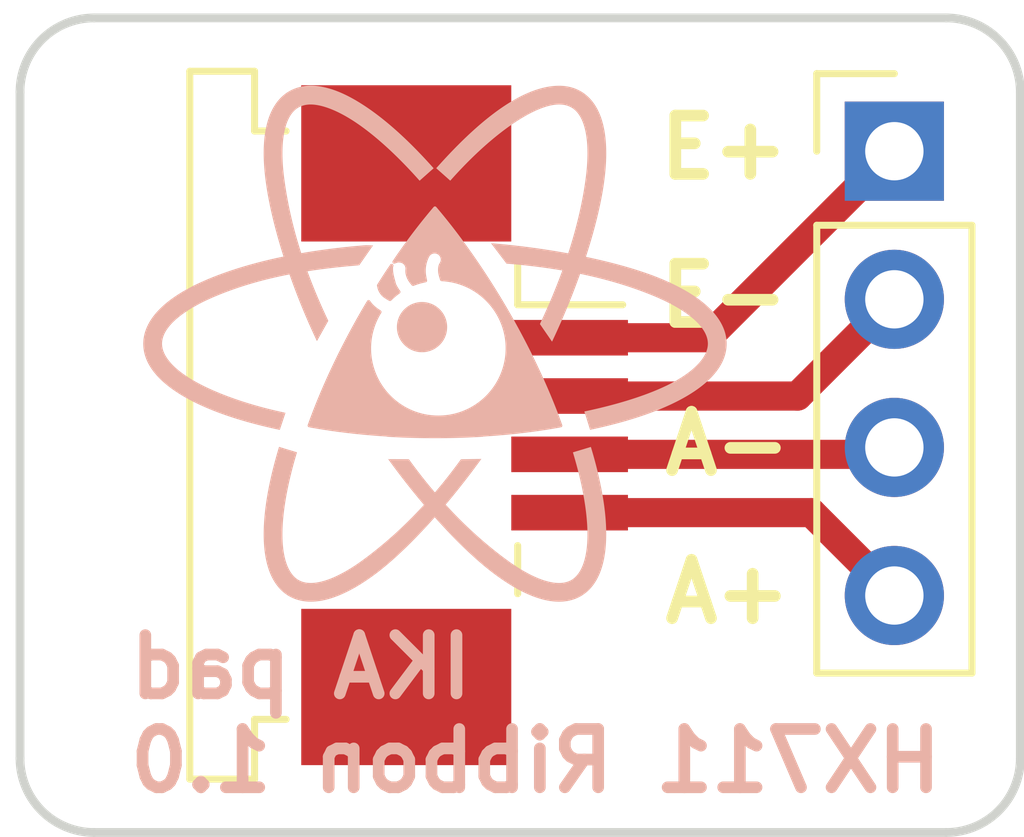
<source format=kicad_pcb>
(kicad_pcb (version 4) (host pcbnew 4.0.7)

  (general
    (links 4)
    (no_connects 0)
    (area 133.274999 100.254999 150.570001 114.375001)
    (thickness 1.6)
    (drawings 13)
    (tracks 8)
    (zones 0)
    (modules 3)
    (nets 5)
  )

  (page A4)
  (layers
    (0 F.Cu signal)
    (31 B.Cu signal)
    (32 B.Adhes user)
    (33 F.Adhes user)
    (34 B.Paste user)
    (35 F.Paste user)
    (36 B.SilkS user)
    (37 F.SilkS user)
    (38 B.Mask user)
    (39 F.Mask user)
    (40 Dwgs.User user)
    (41 Cmts.User user)
    (42 Eco1.User user)
    (43 Eco2.User user)
    (44 Edge.Cuts user)
    (45 Margin user)
    (46 B.CrtYd user)
    (47 F.CrtYd user)
    (48 B.Fab user)
    (49 F.Fab user)
  )

  (setup
    (last_trace_width 0.25)
    (trace_clearance 0.2)
    (zone_clearance 0.508)
    (zone_45_only no)
    (trace_min 0.2)
    (segment_width 0.2)
    (edge_width 0.15)
    (via_size 0.6)
    (via_drill 0.4)
    (via_min_size 0.4)
    (via_min_drill 0.3)
    (uvia_size 0.3)
    (uvia_drill 0.1)
    (uvias_allowed no)
    (uvia_min_size 0.2)
    (uvia_min_drill 0.1)
    (pcb_text_width 0.3)
    (pcb_text_size 1.5 1.5)
    (mod_edge_width 0.15)
    (mod_text_size 1 1)
    (mod_text_width 0.15)
    (pad_size 1.524 1.524)
    (pad_drill 0.762)
    (pad_to_mask_clearance 0.2)
    (aux_axis_origin 0 0)
    (visible_elements FFFFFF7F)
    (pcbplotparams
      (layerselection 0x00030_80000001)
      (usegerberextensions false)
      (excludeedgelayer true)
      (linewidth 0.100000)
      (plotframeref false)
      (viasonmask false)
      (mode 1)
      (useauxorigin false)
      (hpglpennumber 1)
      (hpglpenspeed 20)
      (hpglpendiameter 15)
      (hpglpenoverlay 2)
      (psnegative false)
      (psa4output false)
      (plotreference true)
      (plotvalue true)
      (plotinvisibletext false)
      (padsonsilk false)
      (subtractmaskfromsilk false)
      (outputformat 1)
      (mirror false)
      (drillshape 1)
      (scaleselection 1)
      (outputdirectory ""))
  )

  (net 0 "")
  (net 1 "Net-(P1-Pad1)")
  (net 2 "Net-(P1-Pad2)")
  (net 3 "Net-(P1-Pad3)")
  (net 4 "Net-(P1-Pad4)")

  (net_class Default "This is the default net class."
    (clearance 0.2)
    (trace_width 0.25)
    (via_dia 0.6)
    (via_drill 0.4)
    (uvia_dia 0.3)
    (uvia_drill 0.1)
  )

  (net_class thic ""
    (clearance 0.2)
    (trace_width 0.5)
    (via_dia 0.6)
    (via_drill 0.4)
    (uvia_dia 0.3)
    (uvia_drill 0.1)
    (add_net "Net-(P1-Pad1)")
    (add_net "Net-(P1-Pad2)")
    (add_net "Net-(P1-Pad3)")
    (add_net "Net-(P1-Pad4)")
  )

  (module Pin_Headers:Pin_Header_Straight_1x04_Pitch2.54mm (layer F.Cu) (tedit 5B089B6E) (tstamp 5B089AC7)
    (at 148.336 102.616)
    (descr "Through hole straight pin header, 1x04, 2.54mm pitch, single row")
    (tags "Through hole pin header THT 1x04 2.54mm single row")
    (path /5B0899CF)
    (fp_text reference "" (at 0 -2.33) (layer F.SilkS)
      (effects (font (size 1 1) (thickness 0.15)))
    )
    (fp_text value "" (at 0 9.95) (layer F.Fab)
      (effects (font (size 1 1) (thickness 0.15)))
    )
    (fp_line (start -0.635 -1.27) (end 1.27 -1.27) (layer F.Fab) (width 0.1))
    (fp_line (start 1.27 -1.27) (end 1.27 8.89) (layer F.Fab) (width 0.1))
    (fp_line (start 1.27 8.89) (end -1.27 8.89) (layer F.Fab) (width 0.1))
    (fp_line (start -1.27 8.89) (end -1.27 -0.635) (layer F.Fab) (width 0.1))
    (fp_line (start -1.27 -0.635) (end -0.635 -1.27) (layer F.Fab) (width 0.1))
    (fp_line (start -1.33 8.95) (end 1.33 8.95) (layer F.SilkS) (width 0.12))
    (fp_line (start -1.33 1.27) (end -1.33 8.95) (layer F.SilkS) (width 0.12))
    (fp_line (start 1.33 1.27) (end 1.33 8.95) (layer F.SilkS) (width 0.12))
    (fp_line (start -1.33 1.27) (end 1.33 1.27) (layer F.SilkS) (width 0.12))
    (fp_line (start -1.33 0) (end -1.33 -1.33) (layer F.SilkS) (width 0.12))
    (fp_line (start -1.33 -1.33) (end 0 -1.33) (layer F.SilkS) (width 0.12))
    (fp_line (start -1.8 -1.8) (end -1.8 9.4) (layer F.CrtYd) (width 0.05))
    (fp_line (start -1.8 9.4) (end 1.8 9.4) (layer F.CrtYd) (width 0.05))
    (fp_line (start 1.8 9.4) (end 1.8 -1.8) (layer F.CrtYd) (width 0.05))
    (fp_line (start 1.8 -1.8) (end -1.8 -1.8) (layer F.CrtYd) (width 0.05))
    (fp_text user %R (at 0 3.81 90) (layer F.Fab)
      (effects (font (size 1 1) (thickness 0.15)))
    )
    (pad 1 thru_hole rect (at 0 0) (size 1.7 1.7) (drill 1) (layers *.Cu *.Mask)
      (net 1 "Net-(P1-Pad1)"))
    (pad 2 thru_hole oval (at 0 2.54) (size 1.7 1.7) (drill 1) (layers *.Cu *.Mask)
      (net 2 "Net-(P1-Pad2)"))
    (pad 3 thru_hole oval (at 0 5.08) (size 1.7 1.7) (drill 1) (layers *.Cu *.Mask)
      (net 3 "Net-(P1-Pad3)"))
    (pad 4 thru_hole oval (at 0 7.62) (size 1.7 1.7) (drill 1) (layers *.Cu *.Mask)
      (net 4 "Net-(P1-Pad4)"))
    (model ${KISYS3DMOD}/Pin_Headers.3dshapes/Pin_Header_Straight_1x04_Pitch2.54mm.wrl
      (at (xyz 0 0 0))
      (scale (xyz 1 1 1))
      (rotate (xyz 0 0 0))
    )
  )

  (module Connector_FFC-FPC:TE_84952-4_1x04-1MP_P1.0mm_Horizontal (layer F.Cu) (tedit 5B089B7E) (tstamp 5B089A4D)
    (at 140.97 107.315 270)
    (descr "TE FPC connector, 04 bottom-side contacts, 1.0mm pitch, 1.0mm height, SMT, http://www.te.com/commerce/DocumentDelivery/DDEController?Action=srchrtrv&DocNm=84952&DocType=Customer+Drawing&DocLang=English&DocFormat=pdf&PartCntxt=84952-4")
    (tags "te fpc 84952")
    (path /5B089982)
    (attr smd)
    (fp_text reference "" (at 0 -4 270) (layer F.SilkS)
      (effects (font (size 1 1) (thickness 0.15)))
    )
    (fp_text value "" (at 0 7.7 270) (layer F.Fab)
      (effects (font (size 1 1) (thickness 0.15)))
    )
    (fp_line (start -4.935 -0.8) (end 4.935 -0.8) (layer F.Fab) (width 0.1))
    (fp_line (start 4.935 -0.8) (end 4.935 3.71) (layer F.Fab) (width 0.1))
    (fp_line (start 4.935 3.71) (end 5.96 3.71) (layer F.Fab) (width 0.1))
    (fp_line (start 5.96 3.71) (end 5.96 4.6) (layer F.Fab) (width 0.1))
    (fp_line (start 5.96 4.6) (end -5.96 4.6) (layer F.Fab) (width 0.1))
    (fp_line (start -5.96 4.6) (end -5.96 3.71) (layer F.Fab) (width 0.1))
    (fp_line (start -5.96 3.71) (end -4.935 3.71) (layer F.Fab) (width 0.1))
    (fp_line (start -4.935 3.71) (end -4.935 -0.8) (layer F.Fab) (width 0.1))
    (fp_line (start -2 -0.8) (end -1.5 0.2) (layer F.Fab) (width 0.1))
    (fp_line (start -1.5 0.2) (end -1 -0.8) (layer F.Fab) (width 0.1))
    (fp_line (start 4.935 4.6) (end 4.935 5.61) (layer F.Fab) (width 0.1))
    (fp_line (start 4.935 5.61) (end 5.96 5.61) (layer F.Fab) (width 0.1))
    (fp_line (start 5.96 5.61) (end 5.96 6.5) (layer F.Fab) (width 0.1))
    (fp_line (start 5.96 6.5) (end -5.96 6.5) (layer F.Fab) (width 0.1))
    (fp_line (start -5.96 6.5) (end -5.96 5.61) (layer F.Fab) (width 0.1))
    (fp_line (start -5.96 5.61) (end -4.935 5.61) (layer F.Fab) (width 0.1))
    (fp_line (start -4.935 5.61) (end -4.935 4.6) (layer F.Fab) (width 0.1))
    (fp_line (start 5.045 3.06) (end 5.045 3.6) (layer F.SilkS) (width 0.12))
    (fp_line (start 5.045 3.6) (end 6.07 3.6) (layer F.SilkS) (width 0.12))
    (fp_line (start 6.07 3.6) (end 6.07 4.71) (layer F.SilkS) (width 0.12))
    (fp_line (start 6.07 4.71) (end -6.07 4.71) (layer F.SilkS) (width 0.12))
    (fp_line (start -6.07 4.71) (end -6.07 3.6) (layer F.SilkS) (width 0.12))
    (fp_line (start -6.07 3.6) (end -5.045 3.6) (layer F.SilkS) (width 0.12))
    (fp_line (start -5.045 3.6) (end -5.045 3.06) (layer F.SilkS) (width 0.12))
    (fp_line (start -2.89 -0.91) (end -2.065 -0.91) (layer F.SilkS) (width 0.12))
    (fp_line (start -2.065 -0.91) (end -2.065 -2.71) (layer F.SilkS) (width 0.12))
    (fp_line (start 2.065 -0.91) (end 2.89 -0.91) (layer F.SilkS) (width 0.12))
    (fp_line (start -6.46 -3.3) (end -6.46 7) (layer F.CrtYd) (width 0.05))
    (fp_line (start -6.46 7) (end 6.46 7) (layer F.CrtYd) (width 0.05))
    (fp_line (start 6.46 7) (end 6.46 -3.3) (layer F.CrtYd) (width 0.05))
    (fp_line (start 6.46 -3.3) (end -6.46 -3.3) (layer F.CrtYd) (width 0.05))
    (fp_text user "" (at 0 1.9 270) (layer F.Fab)
      (effects (font (size 1 1) (thickness 0.15)))
    )
    (pad 1 smd rect (at -1.5 -1.8 270) (size 0.61 2) (layers F.Cu F.Paste F.Mask)
      (net 1 "Net-(P1-Pad1)"))
    (pad 2 smd rect (at -0.5 -1.8 270) (size 0.61 2) (layers F.Cu F.Paste F.Mask)
      (net 2 "Net-(P1-Pad2)"))
    (pad 3 smd rect (at 0.5 -1.8 270) (size 0.61 2) (layers F.Cu F.Paste F.Mask)
      (net 3 "Net-(P1-Pad3)"))
    (pad 4 smd rect (at 1.5 -1.8 270) (size 0.61 2) (layers F.Cu F.Paste F.Mask)
      (net 4 "Net-(P1-Pad4)"))
    (pad MP smd rect (at -4.49 1 270) (size 2.68 3.6) (layers F.Cu F.Paste F.Mask))
    (pad MP smd rect (at 4.49 1 270) (size 2.68 3.6) (layers F.Cu F.Paste F.Mask))
    (model ${KISYS3DMOD}/Connector_FFC-FPC.3dshapes/TE_84952-4_1x04-1MP_P1.0mm_Horizontal.wrl
      (at (xyz 0 0 0))
      (scale (xyz 1 1 1))
      (rotate (xyz 0 0 0))
    )
  )

  (module cutekicad:cutelab_1cm (layer B.Cu) (tedit 5B07AD3E) (tstamp 5B08A3B9)
    (at 140.462 105.918 180)
    (descr "Imported from cutelab_inverti_path.svg")
    (tags svg2mod)
    (attr smd)
    (fp_text reference svg2mod (at 0 7.477367 180) (layer B.SilkS) hide
      (effects (font (thickness 0.3048)) (justify mirror))
    )
    (fp_text value G*** (at 0 -7.477367 180) (layer B.SilkS) hide
      (effects (font (thickness 0.3048)) (justify mirror))
    )
    (fp_poly (pts (xy -0.960071 1.724139) (xy -0.986604 1.722017) (xy -1.013148 1.719836) (xy -1.039703 1.717596)
      (xy -1.066266 1.715298) (xy -1.092837 1.712941) (xy -1.119413 1.710528) (xy -1.145994 1.708057)
      (xy -1.172577 1.705529) (xy -1.199162 1.702944) (xy -1.225745 1.700303) (xy -1.252327 1.697607)
      (xy -1.278906 1.694854) (xy -1.305479 1.692047) (xy -1.332046 1.689185) (xy -1.358604 1.686268)
      (xy -1.385153 1.683298) (xy -1.411691 1.680273) (xy -1.438215 1.677195) (xy -1.464726 1.674064)
      (xy -1.491221 1.670881) (xy -1.517698 1.667645) (xy -1.544157 1.664357) (xy -1.570595 1.661017)
      (xy -1.597011 1.657626) (xy -1.623403 1.654185) (xy -1.649771 1.650692) (xy -1.676112 1.647149)
      (xy -1.702425 1.643557) (xy -1.728708 1.639915) (xy -1.75496 1.636223) (xy -1.781179 1.632483)
      (xy -1.807364 1.628694) (xy -1.833513 1.624858) (xy -1.859625 1.620973) (xy -1.885698 1.617041)
      (xy -1.911731 1.613062) (xy -1.937721 1.609036) (xy -1.963668 1.604964) (xy -1.98957 1.600845)
      (xy -2.015426 1.596681) (xy -2.041233 1.592472) (xy -2.066991 1.588218) (xy -2.092697 1.583919)
      (xy -2.118351 1.579575) (xy -2.143951 1.575188) (xy -2.169495 1.570758) (xy -2.194981 1.566284)
      (xy -2.220409 1.561767) (xy -2.245776 1.557207) (xy -2.271081 1.552606) (xy -2.296323 1.547962)
      (xy -2.3215 1.543278) (xy -2.34661 1.538552) (xy -2.371652 1.533785) (xy -2.396625 1.528978)
      (xy -2.421526 1.52413) (xy -2.446355 1.519243) (xy -2.471109 1.514317) (xy -2.495788 1.509352)
      (xy -2.520389 1.504348) (xy -2.544912 1.499305) (xy -2.569354 1.494225) (xy -2.598389 1.488119)
      (xy -2.627306 1.481959) (xy -2.6561 1.475748) (xy -2.68477 1.469485) (xy -2.713314 1.46317)
      (xy -2.741728 1.456805) (xy -2.77001 1.450391) (xy -2.798157 1.443927) (xy -2.826167 1.437414)
      (xy -2.854037 1.430853) (xy -2.881764 1.424244) (xy -2.909347 1.417589) (xy -2.936781 1.410887)
      (xy -2.964066 1.40414) (xy -2.991197 1.397347) (xy -3.018173 1.39051) (xy -3.044991 1.383629)
      (xy -3.071648 1.376705) (xy -3.098141 1.369737) (xy -3.124469 1.362728) (xy -3.150628 1.355677)
      (xy -3.176616 1.348585) (xy -3.20243 1.341453) (xy -3.228068 1.334281) (xy -3.253527 1.327069)
      (xy -3.278804 1.319819) (xy -3.303897 1.312531) (xy -3.328803 1.305206) (xy -3.35352 1.297844)
      (xy -3.378044 1.290445) (xy -3.402375 1.283011) (xy -3.426508 1.275542) (xy -3.450441 1.268039)
      (xy -3.474171 1.260501) (xy -3.497697 1.252931) (xy -3.521015 1.245327) (xy -3.544123 1.237692)
      (xy -3.567018 1.230025) (xy -3.589697 1.222328) (xy -3.612158 1.2146) (xy -3.634399 1.206842)
      (xy -3.656416 1.199055) (xy -3.678208 1.19124) (xy -3.699771 1.183397) (xy -3.721103 1.175527)
      (xy -3.742201 1.16763) (xy -3.763063 1.159706) (xy -3.783686 1.151758) (xy -3.804068 1.143784)
      (xy -3.824205 1.135786) (xy -3.844096 1.127764) (xy -3.863737 1.119719) (xy -3.888987 1.109211)
      (xy -3.913996 1.098631) (xy -3.938761 1.087979) (xy -3.963283 1.077255) (xy -3.987559 1.066458)
      (xy -4.01159 1.055588) (xy -4.035373 1.044644) (xy -4.058908 1.033626) (xy -4.082193 1.022532)
      (xy -4.105228 1.011364) (xy -4.128012 1.000119) (xy -4.150542 0.988798) (xy -4.172819 0.977399)
      (xy -4.194841 0.965923) (xy -4.216607 0.95437) (xy -4.238116 0.942737) (xy -4.259366 0.931026)
      (xy -4.280357 0.919235) (xy -4.301088 0.907363) (xy -4.321558 0.895411) (xy -4.345303 0.881246)
      (xy -4.368683 0.866968) (xy -4.391696 0.852576) (xy -4.41434 0.838069) (xy -4.436614 0.823446)
      (xy -4.458515 0.808706) (xy -4.480042 0.793849) (xy -4.501193 0.778874) (xy -4.521966 0.76378)
      (xy -4.54236 0.748565) (xy -4.562372 0.73323) (xy -4.582001 0.717773) (xy -4.601245 0.702194)
      (xy -4.620103 0.686491) (xy -4.638572 0.670664) (xy -4.65665 0.654712) (xy -4.674337 0.638634)
      (xy -4.693918 0.620226) (xy -4.71301 0.601592) (xy -4.731601 0.582735) (xy -4.749678 0.563658)
      (xy -4.76723 0.544364) (xy -4.784244 0.524857) (xy -4.800709 0.505139) (xy -4.816612 0.485213)
      (xy -4.831941 0.465084) (xy -4.846685 0.444753) (xy -4.860831 0.424224) (xy -4.874367 0.4035)
      (xy -4.887282 0.382585) (xy -4.899562 0.361481) (xy -4.911196 0.340191) (xy -4.922931 0.317179)
      (xy -4.933896 0.293961) (xy -4.944076 0.270541) (xy -4.953455 0.246924) (xy -4.962021 0.223113)
      (xy -4.969756 0.199112) (xy -4.976647 0.174925) (xy -4.98268 0.150555) (xy -4.987838 0.126007)
      (xy -4.992107 0.101285) (xy -4.995473 0.076391) (xy -4.99792 0.051331) (xy -4.999434 0.026108)
      (xy -5 0.000726) (xy -5 0.000435) (xy -5 0.000117) (xy -5 -0.000174)
      (xy -5 -0.000465) (xy -4.999469 -0.025394) (xy -4.998057 -0.050142) (xy -4.995773 -0.074709)
      (xy -4.992627 -0.099096) (xy -4.988629 -0.123301) (xy -4.983789 -0.147325) (xy -4.978115 -0.171166)
      (xy -4.971619 -0.194826) (xy -4.96431 -0.218304) (xy -4.956197 -0.241599) (xy -4.947291 -0.264711)
      (xy -4.937602 -0.28764) (xy -4.927138 -0.310385) (xy -4.91591 -0.332948) (xy -4.903927 -0.355326)
      (xy -4.8912 -0.37752) (xy -4.877738 -0.39953) (xy -4.863551 -0.421356) (xy -4.848648 -0.442997)
      (xy -4.83304 -0.464452) (xy -4.816736 -0.485723) (xy -4.80251 -0.503447) (xy -4.787806 -0.521039)
      (xy -4.772629 -0.538501) (xy -4.756986 -0.555831) (xy -4.740882 -0.573029) (xy -4.724323 -0.590096)
      (xy -4.707314 -0.607031) (xy -4.689862 -0.623834) (xy -4.671973 -0.640505) (xy -4.653651 -0.657043)
      (xy -4.634903 -0.673449) (xy -4.615735 -0.689722) (xy -4.596153 -0.705862) (xy -4.576161 -0.72187)
      (xy -4.555767 -0.737744) (xy -4.534976 -0.753485) (xy -4.513793 -0.769093) (xy -4.492225 -0.784567)
      (xy -4.470277 -0.799907) (xy -4.447955 -0.815113) (xy -4.425264 -0.830185) (xy -4.402212 -0.845123)
      (xy -4.378803 -0.859926) (xy -4.355043 -0.874595) (xy -4.330938 -0.88913) (xy -4.311234 -0.900763)
      (xy -4.291278 -0.912331) (xy -4.27107 -0.923833) (xy -4.250611 -0.935269) (xy -4.229902 -0.946637)
      (xy -4.208943 -0.957939) (xy -4.187736 -0.969174) (xy -4.16628 -0.980341) (xy -4.144576 -0.99144)
      (xy -4.122626 -1.002472) (xy -4.100429 -1.013435) (xy -4.077987 -1.02433) (xy -4.055301 -1.035157)
      (xy -4.03237 -1.045914) (xy -4.009196 -1.056603) (xy -3.98578 -1.067222) (xy -3.962122 -1.077771)
      (xy -3.938222 -1.088251) (xy -3.914082 -1.09866) (xy -3.889702 -1.108999) (xy -3.865084 -1.119267)
      (xy -3.840227 -1.129465) (xy -3.815132 -1.139591) (xy -3.7898 -1.149646) (xy -3.764233 -1.159629)
      (xy -3.738429 -1.169541) (xy -3.712391 -1.17938) (xy -3.686119 -1.189147) (xy -3.659614 -1.198841)
      (xy -3.632875 -1.208463) (xy -3.605905 -1.218011) (xy -3.583732 -1.225746) (xy -3.561405 -1.233433)
      (xy -3.538925 -1.24107) (xy -3.516292 -1.248657) (xy -3.493507 -1.256196) (xy -3.47057 -1.263685)
      (xy -3.447481 -1.271124) (xy -3.424241 -1.278514) (xy -3.40085 -1.285854) (xy -3.377309 -1.293143)
      (xy -3.353618 -1.300383) (xy -3.329777 -1.307572) (xy -3.305787 -1.314711) (xy -3.281648 -1.321799)
      (xy -3.25736 -1.328837) (xy -3.232924 -1.335824) (xy -3.20834 -1.342759) (xy -3.183609 -1.349644)
      (xy -3.158731 -1.356477) (xy -3.133707 -1.363259) (xy -3.108536 -1.36999) (xy -3.083219 -1.376669)
      (xy -3.057757 -1.383296) (xy -3.03215 -1.389871) (xy -3.006398 -1.396394) (xy -2.980502 -1.402865)
      (xy -2.954462 -1.409283) (xy -2.928278 -1.41565) (xy -2.901951 -1.421963) (xy -2.875482 -1.428224)
      (xy -2.84887 -1.434432) (xy -2.822116 -1.440587) (xy -2.79522 -1.446689) (xy -2.768183 -1.452737)
      (xy -2.741006 -1.458733) (xy -2.713687 -1.464674) (xy -2.686229 -1.470562) (xy -2.658631 -1.476397)
      (xy -2.609768 -1.318991) (xy -2.560905 -1.161585) (xy -2.588311 -1.155792) (xy -2.615598 -1.149943)
      (xy -2.642765 -1.144039) (xy -2.66981 -1.138079) (xy -2.696732 -1.132064) (xy -2.723529 -1.125996)
      (xy -2.7502 -1.119873) (xy -2.776742 -1.113698) (xy -2.803155 -1.107469) (xy -2.829437 -1.101188)
      (xy -2.855586 -1.094856) (xy -2.881601 -1.088472) (xy -2.90748 -1.082038) (xy -2.933221 -1.075553)
      (xy -2.958823 -1.069018) (xy -2.984285 -1.062434) (xy -3.009604 -1.055801) (xy -3.034779 -1.04912)
      (xy -3.059809 -1.042391) (xy -3.084692 -1.035614) (xy -3.109427 -1.02879) (xy -3.134011 -1.02192)
      (xy -3.158443 -1.015004) (xy -3.182722 -1.008043) (xy -3.206847 -1.001036) (xy -3.230814 -0.993985)
      (xy -3.254624 -0.98689) (xy -3.278274 -0.979752) (xy -3.301762 -0.97257) (xy -3.325088 -0.965346)
      (xy -3.348249 -0.95808) (xy -3.371245 -0.950772) (xy -3.394073 -0.943423) (xy -3.416731 -0.936034)
      (xy -3.439219 -0.928604) (xy -3.461534 -0.921135) (xy -3.483676 -0.913626) (xy -3.511671 -0.90399)
      (xy -3.539376 -0.894293) (xy -3.566789 -0.884534) (xy -3.593907 -0.874715) (xy -3.620726 -0.864837)
      (xy -3.647243 -0.854901) (xy -3.673454 -0.844909) (xy -3.699357 -0.83486) (xy -3.724948 -0.824757)
      (xy -3.750223 -0.8146) (xy -3.77518 -0.804389) (xy -3.799815 -0.794127) (xy -3.824125 -0.783814)
      (xy -3.848106 -0.773451) (xy -3.871756 -0.763039) (xy -3.895071 -0.75258) (xy -3.918047 -0.742073)
      (xy -3.940682 -0.731521) (xy -3.962972 -0.720924) (xy -3.984914 -0.710283) (xy -4.006504 -0.699599)
      (xy -4.02774 -0.688873) (xy -4.048617 -0.678106) (xy -4.069134 -0.6673) (xy -4.089285 -0.656455)
      (xy -4.109069 -0.645572) (xy -4.128482 -0.634652) (xy -4.14752 -0.623697) (xy -4.166181 -0.612706)
      (xy -4.192552 -0.596757) (xy -4.218168 -0.580793) (xy -4.243035 -0.564819) (xy -4.267156 -0.548838)
      (xy -4.290536 -0.532853) (xy -4.313181 -0.51687) (xy -4.335093 -0.50089) (xy -4.35628 -0.484918)
      (xy -4.376743 -0.468958) (xy -4.39649 -0.453013) (xy -4.415523 -0.437087) (xy -4.433848 -0.421184)
      (xy -4.451469 -0.405307) (xy -4.46839 -0.38946) (xy -4.484618 -0.373647) (xy -4.500155 -0.35787)
      (xy -4.515007 -0.342135) (xy -4.529179 -0.326445) (xy -4.542674 -0.310803) (xy -4.555498 -0.295213)
      (xy -4.573926 -0.271338) (xy -4.590793 -0.247608) (xy -4.606115 -0.224038) (xy -4.619909 -0.200639)
      (xy -4.632192 -0.177425) (xy -4.64298 -0.154411) (xy -4.652292 -0.131609) (xy -4.660142 -0.109032)
      (xy -4.666548 -0.086694) (xy -4.671528 -0.064609) (xy -4.675097 -0.04279) (xy -4.677272 -0.021249)
      (xy -4.678071 -0.000002) (xy -4.677199 0.023478) (xy -4.674776 0.047161) (xy -4.670764 0.071051)
      (xy -4.665121 0.095152) (xy -4.65781 0.119467) (xy -4.64879 0.144002) (xy -4.638023 0.168758)
      (xy -4.62547 0.193741) (xy -4.615196 0.212055) (xy -4.603941 0.230492) (xy -4.59169 0.249053)
      (xy -4.578428 0.26774) (xy -4.56414 0.286555) (xy -4.548811 0.305499) (xy -4.532426 0.324574)
      (xy -4.51497 0.34378) (xy -4.496427 0.36312) (xy -4.476783 0.382595) (xy -4.456022 0.402206)
      (xy -4.438915 0.41769) (xy -4.421146 0.433179) (xy -4.402718 0.448667) (xy -4.383637 0.46415)
      (xy -4.363907 0.479623) (xy -4.343532 0.495082) (xy -4.322517 0.510522) (xy -4.300866 0.525939)
      (xy -4.278582 0.541327) (xy -4.255672 0.556683) (xy -4.232139 0.572002) (xy -4.207987 0.587278)
      (xy -4.18322 0.602508) (xy -4.157844 0.617688) (xy -4.137688 0.629455) (xy -4.117168 0.641187)
      (xy -4.096286 0.652881) (xy -4.075044 0.664535) (xy -4.053443 0.676147) (xy -4.031487 0.687714)
      (xy -4.009176 0.699234) (xy -3.986514 0.710706) (xy -3.963501 0.722127) (xy -3.940141 0.733494)
      (xy -3.916436 0.744807) (xy -3.892386 0.756062) (xy -3.867995 0.767257) (xy -3.843264 0.778391)
      (xy -3.818196 0.789461) (xy -3.792792 0.800465) (xy -3.767055 0.811401) (xy -3.740986 0.822266)
      (xy -3.719451 0.831106) (xy -3.697772 0.839904) (xy -3.67595 0.848659) (xy -3.653982 0.857372)
      (xy -3.631869 0.866042) (xy -3.609611 0.874667) (xy -3.587205 0.883247) (xy -3.564653 0.891783)
      (xy -3.541952 0.900272) (xy -3.519103 0.908715) (xy -3.496105 0.91711) (xy -3.472956 0.925458)
      (xy -3.449658 0.933757) (xy -3.426208 0.942007) (xy -3.402606 0.950208) (xy -3.378852 0.958359)
      (xy -3.354945 0.966458) (xy -3.330884 0.974506) (xy -3.306669 0.982502) (xy -3.282298 0.990446)
      (xy -3.257773 0.998336) (xy -3.23309 1.006172) (xy -3.208251 1.013954) (xy -3.183254 1.021681)
      (xy -3.158099 1.029352) (xy -3.132785 1.036966) (xy -3.107312 1.044524) (xy -3.081678 1.052024)
      (xy -3.055884 1.059466) (xy -3.029928 1.066849) (xy -3.00381 1.074173) (xy -2.977529 1.081436)
      (xy -2.951085 1.08864) (xy -2.924476 1.095781) (xy -2.897703 1.102861) (xy -2.870765 1.109879)
      (xy -2.84366 1.116834) (xy -2.816389 1.123725) (xy -2.788951 1.130551) (xy -2.761345 1.137313)
      (xy -2.73357 1.144009) (xy -2.705626 1.150639) (xy -2.677512 1.157203) (xy -2.649228 1.163699)
      (xy -2.626477 1.168847) (xy -2.603617 1.173951) (xy -2.580646 1.179011) (xy -2.557565 1.184026)
      (xy -2.534372 1.188997) (xy -2.511069 1.193923) (xy -2.487654 1.198804) (xy -2.464127 1.203639)
      (xy -2.440488 1.208427) (xy -2.416737 1.21317) (xy -2.392873 1.217866) (xy -2.368895 1.222515)
      (xy -2.344804 1.227117) (xy -2.320599 1.231671) (xy -2.29628 1.236177) (xy -2.271847 1.240635)
      (xy -2.247299 1.245045) (xy -2.222635 1.249406) (xy -2.197856 1.253718) (xy -2.172961 1.25798)
      (xy -2.147951 1.262193) (xy -2.122823 1.266355) (xy -2.097579 1.270468) (xy -2.072218 1.274529)
      (xy -2.046739 1.27854) (xy -2.021142 1.282499) (xy -1.995427 1.286406) (xy -1.969594 1.290262)
      (xy -1.943642 1.294066) (xy -1.917571 1.297817) (xy -1.89138 1.301515) (xy -1.86507 1.305159)
      (xy -1.838639 1.308751) (xy -1.812088 1.312288) (xy -1.785417 1.315772) (xy -1.758624 1.319201)
      (xy -1.731709 1.322575) (xy -1.704673 1.325894) (xy -1.677515 1.329158) (xy -1.650235 1.332366)
      (xy -1.622831 1.335519) (xy -1.595305 1.338614) (xy -1.567655 1.341654) (xy -1.539881 1.344636)
      (xy -1.511984 1.347561) (xy -1.483961 1.350429) (xy -1.455815 1.353238) (xy -1.427543 1.35599)
      (xy -1.399145 1.358683) (xy -1.370622 1.361317) (xy -1.341973 1.363892) (xy -1.313198 1.366408)
      (xy -1.284295 1.368863) (xy -1.255266 1.371259) (xy -1.226109 1.373595) (xy -1.09309 1.548867)
      (xy -0.960071 1.724139)) (layer B.SilkS) (width 0))
    (fp_poly (pts (xy 1.060517 1.686567) (xy 1.179436 1.515683) (xy 1.298355 1.3448) (xy 1.328026 1.342427)
      (xy 1.357529 1.340007) (xy 1.386865 1.337538) (xy 1.416034 1.335022) (xy 1.445038 1.332458)
      (xy 1.473878 1.329845) (xy 1.502555 1.327185) (xy 1.531069 1.324477) (xy 1.559422 1.321721)
      (xy 1.587615 1.318918) (xy 1.615648 1.316067) (xy 1.643524 1.313168) (xy 1.671242 1.310222)
      (xy 1.698805 1.307228) (xy 1.726213 1.304187) (xy 1.753466 1.301099) (xy 1.780567 1.297963)
      (xy 1.807516 1.294781) (xy 1.834314 1.291551) (xy 1.860962 1.288274) (xy 1.887461 1.28495)
      (xy 1.913813 1.281578) (xy 1.940017 1.27816) (xy 1.966077 1.274695) (xy 1.991991 1.271184)
      (xy 2.017762 1.267625) (xy 2.04339 1.26402) (xy 2.068877 1.260368) (xy 2.094224 1.25667)
      (xy 2.11943 1.252925) (xy 2.144499 1.249133) (xy 2.16943 1.245295) (xy 2.194225 1.241411)
      (xy 2.218884 1.237481) (xy 2.243409 1.233504) (xy 2.267801 1.229481) (xy 2.29206 1.225412)
      (xy 2.316188 1.221297) (xy 2.340187 1.217136) (xy 2.364056 1.212929) (xy 2.387797 1.208676)
      (xy 2.411411 1.204377) (xy 2.434899 1.200032) (xy 2.458261 1.195642) (xy 2.4815 1.191206)
      (xy 2.504616 1.186724) (xy 2.527611 1.182197) (xy 2.550484 1.177624) (xy 2.573237 1.173006)
      (xy 2.595872 1.168343) (xy 2.618389 1.163634) (xy 2.640789 1.15888) (xy 2.663074 1.15408)
      (xy 2.685244 1.149236) (xy 2.713582 1.142941) (xy 2.741733 1.136572) (xy 2.769702 1.130128)
      (xy 2.797489 1.123611) (xy 2.825098 1.117019) (xy 2.852529 1.110353) (xy 2.879786 1.103614)
      (xy 2.90687 1.0968) (xy 2.933785 1.089914) (xy 2.960531 1.082953) (xy 2.987112 1.07592)
      (xy 3.013529 1.068813) (xy 3.039784 1.061633) (xy 3.06588 1.05438) (xy 3.09182 1.047055)
      (xy 3.117604 1.039656) (xy 3.143236 1.032185) (xy 3.168718 1.024642) (xy 3.194051 1.017026)
      (xy 3.219238 1.009338) (xy 3.244282 1.001578) (xy 3.269183 0.993746) (xy 3.293946 0.985842)
      (xy 3.318571 0.977867) (xy 3.343061 0.969819) (xy 3.367419 0.9617) (xy 3.391646 0.95351)
      (xy 3.415744 0.945249) (xy 3.439716 0.936916) (xy 3.463564 0.928513) (xy 3.487291 0.920039)
      (xy 3.510897 0.911493) (xy 3.534387 0.902878) (xy 3.557761 0.894191) (xy 3.581022 0.885435)
      (xy 3.604172 0.876608) (xy 3.627214 0.86771) (xy 3.650149 0.858743) (xy 3.67298 0.849706)
      (xy 3.695709 0.840599) (xy 3.718338 0.831423) (xy 3.74087 0.822177) (xy 3.766935 0.811313)
      (xy 3.79267 0.800379) (xy 3.818072 0.789376) (xy 3.843138 0.778307) (xy 3.867867 0.767174)
      (xy 3.892256 0.755979) (xy 3.916304 0.744724) (xy 3.940009 0.733412) (xy 3.963368 0.722044)
      (xy 3.986379 0.710623) (xy 4.009041 0.699151) (xy 4.031351 0.68763) (xy 4.053307 0.676062)
      (xy 4.074907 0.66445) (xy 4.096149 0.652796) (xy 4.117032 0.641101) (xy 4.137552 0.629368)
      (xy 4.157708 0.617599) (xy 4.183085 0.602419) (xy 4.207852 0.587188) (xy 4.232005 0.57191)
      (xy 4.255539 0.556591) (xy 4.278451 0.541235) (xy 4.300735 0.525846) (xy 4.322388 0.510429)
      (xy 4.343405 0.494988) (xy 4.363781 0.47953) (xy 4.383513 0.464057) (xy 4.402596 0.448574)
      (xy 4.421025 0.433087) (xy 4.438797 0.4176) (xy 4.455906 0.402117) (xy 4.476674 0.382504)
      (xy 4.496327 0.363027) (xy 4.514877 0.343686) (xy 4.532341 0.324478) (xy 4.548733 0.305403)
      (xy 4.564069 0.286459) (xy 4.578363 0.267645) (xy 4.591631 0.248958) (xy 4.603888 0.230397)
      (xy 4.615149 0.211961) (xy 4.625429 0.193648) (xy 4.637989 0.168667) (xy 4.648763 0.143912)
      (xy 4.657788 0.119379) (xy 4.665105 0.095064) (xy 4.670753 0.070964) (xy 4.67477 0.047074)
      (xy 4.677196 0.02339) (xy 4.678071 -0.000091) (xy 4.677354 -0.021364) (xy 4.67526 -0.042929)
      (xy 4.671771 -0.064772) (xy 4.66687 -0.086881) (xy 4.660541 -0.109242) (xy 4.652766 -0.131842)
      (xy 4.643528 -0.154667) (xy 4.63281 -0.177705) (xy 4.620596 -0.200941) (xy 4.606868 -0.224363)
      (xy 4.59161 -0.247957) (xy 4.574803 -0.27171) (xy 4.556432 -0.295609) (xy 4.543643 -0.311215)
      (xy 4.530182 -0.326873) (xy 4.516042 -0.34258) (xy 4.501221 -0.358332) (xy 4.485712 -0.374125)
      (xy 4.469512 -0.389956) (xy 4.452615 -0.405821) (xy 4.435018 -0.421716) (xy 4.416714 -0.437638)
      (xy 4.397701 -0.453583) (xy 4.377972 -0.469547) (xy 4.357523 -0.485527) (xy 4.33635 -0.501519)
      (xy 4.314448 -0.51752) (xy 4.291813 -0.533525) (xy 4.268438 -0.549531) (xy 4.244321 -0.565535)
      (xy 4.219456 -0.581533) (xy 4.193839 -0.597521) (xy 4.167464 -0.613495) (xy 4.148811 -0.624515)
      (xy 4.129779 -0.635536) (xy 4.110372 -0.646556) (xy 4.090593 -0.657574) (xy 4.070446 -0.668586)
      (xy 4.049933 -0.679591) (xy 4.029059 -0.690586) (xy 4.007826 -0.701568) (xy 3.986237 -0.712536)
      (xy 3.964297 -0.723487) (xy 3.942007 -0.734419) (xy 3.919373 -0.745329) (xy 3.896395 -0.756216)
      (xy 3.87308 -0.767077) (xy 3.849428 -0.777909) (xy 3.825444 -0.78871) (xy 3.801131 -0.799479)
      (xy 3.776492 -0.810212) (xy 3.751531 -0.820907) (xy 3.726251 -0.831563) (xy 3.700654 -0.842176)
      (xy 3.674746 -0.852745) (xy 3.648528 -0.863267) (xy 3.622003 -0.87374) (xy 3.595177 -0.884161)
      (xy 3.56805 -0.894528) (xy 3.540628 -0.90484) (xy 3.512913 -0.915093) (xy 3.484908 -0.925285)
      (xy 3.462758 -0.93323) (xy 3.440434 -0.941134) (xy 3.417937 -0.948998) (xy 3.395269 -0.95682)
      (xy 3.372431 -0.964599) (xy 3.349425 -0.972333) (xy 3.326254 -0.980022) (xy 3.302917 -0.987665)
      (xy 3.279417 -0.995259) (xy 3.255756 -1.002806) (xy 3.231934 -1.010302) (xy 3.207955 -1.017747)
      (xy 3.183818 -1.025141) (xy 3.159526 -1.032481) (xy 3.13508 -1.039767) (xy 3.110483 -1.046998)
      (xy 3.085735 -1.054172) (xy 3.060838 -1.061288) (xy 3.035793 -1.068346) (xy 3.010603 -1.075344)
      (xy 2.985269 -1.082281) (xy 2.959792 -1.089156) (xy 2.934174 -1.095968) (xy 2.908416 -1.102716)
      (xy 2.882521 -1.109398) (xy 2.85649 -1.116013) (xy 2.830324 -1.122561) (xy 2.804025 -1.129041)
      (xy 2.777594 -1.13545) (xy 2.751033 -1.141789) (xy 2.724344 -1.148056) (xy 2.697529 -1.154249)
      (xy 2.670588 -1.160368) (xy 2.643524 -1.166412) (xy 2.616338 -1.172379) (xy 2.589031 -1.178269)
      (xy 2.561605 -1.18408) (xy 2.610468 -1.330924) (xy 2.659331 -1.477769) (xy 2.686949 -1.471928)
      (xy 2.714428 -1.466033) (xy 2.741766 -1.460085) (xy 2.768963 -1.454082) (xy 2.796019 -1.448027)
      (xy 2.822933 -1.441918) (xy 2.849706 -1.435756) (xy 2.876336 -1.429541) (xy 2.902824 -1.423273)
      (xy 2.929169 -1.416952) (xy 2.95537 -1.410578) (xy 2.981427 -1.404152) (xy 3.00734 -1.397674)
      (xy 3.033109 -1.391143) (xy 3.058732 -1.38456) (xy 3.08421 -1.377925) (xy 3.109542 -1.371239)
      (xy 3.134729 -1.3645) (xy 3.159768 -1.357711) (xy 3.184661 -1.350869) (xy 3.209406 -1.343977)
      (xy 3.234004 -1.337033) (xy 3.258454 -1.330038) (xy 3.282755 -1.322992) (xy 3.306908 -1.315896)
      (xy 3.330911 -1.308748) (xy 3.354765 -1.301551) (xy 3.378468 -1.294303) (xy 3.402022 -1.287005)
      (xy 3.425424 -1.279656) (xy 3.448676 -1.272258) (xy 3.471775 -1.26481) (xy 3.494723 -1.257312)
      (xy 3.517519 -1.249764) (xy 3.540162 -1.242168) (xy 3.562652 -1.234522) (xy 3.584989 -1.226826)
      (xy 3.607171 -1.219082) (xy 3.634153 -1.209522) (xy 3.660902 -1.199889) (xy 3.687417 -1.190184)
      (xy 3.713699 -1.180405) (xy 3.739747 -1.170554) (xy 3.765559 -1.160631) (xy 3.791135 -1.150635)
      (xy 3.816475 -1.140569) (xy 3.841577 -1.13043) (xy 3.866441 -1.12022) (xy 3.891066 -1.10994)
      (xy 3.915452 -1.099588) (xy 3.939598 -1.089166) (xy 3.963502 -1.078674) (xy 3.987166 -1.068112)
      (xy 4.010586 -1.05748) (xy 4.033764 -1.046779) (xy 4.056698 -1.036008) (xy 4.079388 -1.025169)
      (xy 4.101832 -1.01426) (xy 4.12403 -1.003283) (xy 4.145982 -0.992238) (xy 4.167687 -0.981125)
      (xy 4.189144 -0.969944) (xy 4.210352 -0.958696) (xy 4.23131 -0.94738) (xy 4.252019 -0.935997)
      (xy 4.272477 -0.924548) (xy 4.292683 -0.913032) (xy 4.312637 -0.901449) (xy 4.332338 -0.889801)
      (xy 4.356439 -0.875249) (xy 4.380195 -0.860561) (xy 4.403599 -0.845738) (xy 4.426646 -0.83078)
      (xy 4.44933 -0.815687) (xy 4.471646 -0.80046) (xy 4.493586 -0.785098) (xy 4.515146 -0.769602)
      (xy 4.53632 -0.753972) (xy 4.557102 -0.738208) (xy 4.577486 -0.72231) (xy 4.597465 -0.706279)
      (xy 4.617036 -0.690114) (xy 4.636191 -0.673817) (xy 4.654924 -0.657386) (xy 4.673231 -0.640823)
      (xy 4.691105 -0.624127) (xy 4.70854 -0.607299) (xy 4.72553 -0.590338) (xy 4.742071 -0.573245)
      (xy 4.758155 -0.556021) (xy 4.773777 -0.538665) (xy 4.788931 -0.521177) (xy 4.803612 -0.503558)
      (xy 4.817813 -0.485808) (xy 4.834086 -0.464506) (xy 4.849661 -0.443019) (xy 4.864529 -0.421347)
      (xy 4.87868 -0.39949) (xy 4.892104 -0.377449) (xy 4.904791 -0.355224) (xy 4.916732 -0.332815)
      (xy 4.927916 -0.310223) (xy 4.938333 -0.287448) (xy 4.947975 -0.26449) (xy 4.95683 -0.241349)
      (xy 4.96489 -0.218026) (xy 4.972145 -0.194521) (xy 4.978584 -0.170835) (xy 4.984197 -0.146968)
      (xy 4.988976 -0.122919) (xy 4.99291 -0.09869) (xy 4.995989 -0.074281) (xy 4.998204 -0.049691)
      (xy 4.999544 -0.024922) (xy 5 0.000026) (xy 5 0.000211) (xy 5 0.000397)
      (xy 5 0.000582) (xy 5 0.000767) (xy 4.999425 0.026143) (xy 4.9979 0.051359)
      (xy 4.995443 0.076413) (xy 4.992066 0.1013) (xy 4.987786 0.126017) (xy 4.982616 0.150559)
      (xy 4.976573 0.174922) (xy 4.96967 0.199104) (xy 4.961923 0.2231) (xy 4.953347 0.246906)
      (xy 4.943956 0.270518) (xy 4.933766 0.293932) (xy 4.922791 0.317145) (xy 4.911046 0.340153)
      (xy 4.899403 0.361438) (xy 4.887114 0.382538) (xy 4.874191 0.403449) (xy 4.860647 0.424168)
      (xy 4.846494 0.444693) (xy 4.831743 0.46502) (xy 4.816407 0.485145) (xy 4.800498 0.505067)
      (xy 4.784028 0.524781) (xy 4.767009 0.544284) (xy 4.749453 0.563574) (xy 4.731373 0.582647)
      (xy 4.71278 0.6015) (xy 4.693686 0.62013) (xy 4.674103 0.638534) (xy 4.656416 0.654609)
      (xy 4.638338 0.670558) (xy 4.619869 0.686383) (xy 4.601013 0.702084) (xy 4.58177 0.717662)
      (xy 4.562142 0.733118) (xy 4.542132 0.748453) (xy 4.521741 0.763667) (xy 4.50097 0.778761)
      (xy 4.479822 0.793737) (xy 4.458299 0.808595) (xy 4.436401 0.823335) (xy 4.414131 0.837959)
      (xy 4.391491 0.852467) (xy 4.368482 0.86686) (xy 4.345106 0.88114) (xy 4.321365 0.895306)
      (xy 4.3009 0.907259) (xy 4.280173 0.919132) (xy 4.259186 0.930924) (xy 4.237939 0.942637)
      (xy 4.216434 0.95427) (xy 4.194672 0.965825) (xy 4.172655 0.977302) (xy 4.150382 0.988701)
      (xy 4.127855 1.000023) (xy 4.105076 1.011269) (xy 4.082045 1.022438) (xy 4.058763 1.033532)
      (xy 4.035232 1.04455) (xy 4.011453 1.055494) (xy 3.987426 1.066364) (xy 3.963153 1.07716)
      (xy 3.938635 1.087884) (xy 3.913873 1.098534) (xy 3.888868 1.109113) (xy 3.863621 1.11962)
      (xy 3.841953 1.128506) (xy 3.82013 1.137342) (xy 3.798152 1.146127) (xy 3.776019 1.154861)
      (xy 3.753731 1.163543) (xy 3.731289 1.172173) (xy 3.708692 1.180751) (xy 3.685942 1.189277)
      (xy 3.663038 1.19775) (xy 3.63998 1.206169) (xy 3.61677 1.214535) (xy 3.593407 1.222847)
      (xy 3.569892 1.231105) (xy 3.546224 1.239309) (xy 3.522405 1.247458) (xy 3.498433 1.255551)
      (xy 3.474311 1.263589) (xy 3.450038 1.271572) (xy 3.425613 1.279498) (xy 3.401039 1.287368)
      (xy 3.376314 1.295181) (xy 3.351439 1.302937) (xy 3.326415 1.310636) (xy 3.301241 1.318277)
      (xy 3.275918 1.32586) (xy 3.250447 1.333385) (xy 3.224827 1.340851) (xy 3.199059 1.348258)
      (xy 3.173143 1.355606) (xy 3.147079 1.362894) (xy 3.120868 1.370122) (xy 3.09451 1.37729)
      (xy 3.068006 1.384397) (xy 3.041354 1.391443) (xy 3.014557 1.398428) (xy 2.987613 1.405352)
      (xy 2.960524 1.412214) (xy 2.93329 1.419013) (xy 2.90591 1.42575) (xy 2.878386 1.432424)
      (xy 2.850717 1.439035) (xy 2.822905 1.445582) (xy 2.794948 1.452066) (xy 2.766847 1.458485)
      (xy 2.738603 1.46484) (xy 2.710216 1.47113) (xy 2.681686 1.477355) (xy 2.658463 1.482352)
      (xy 2.635146 1.487305) (xy 2.611736 1.492215) (xy 2.588233 1.497081) (xy 2.564636 1.501904)
      (xy 2.540947 1.506683) (xy 2.517165 1.511418) (xy 2.493291 1.516109) (xy 2.469324 1.520756)
      (xy 2.445265 1.525358) (xy 2.421114 1.529915) (xy 2.396871 1.534427) (xy 2.372537 1.538895)
      (xy 2.34811 1.543317) (xy 2.323593 1.547694) (xy 2.298984 1.552025) (xy 2.274283 1.556311)
      (xy 2.249492 1.560551) (xy 2.22461 1.564744) (xy 2.199637 1.568892) (xy 2.174574 1.572993)
      (xy 2.14942 1.577047) (xy 2.124176 1.581055) (xy 2.098842 1.585016) (xy 2.073418 1.588929)
      (xy 2.047904 1.592796) (xy 2.0223 1.596615) (xy 1.996607 1.600386) (xy 1.970824 1.60411)
      (xy 1.944953 1.607786) (xy 1.918992 1.611413) (xy 1.892943 1.614993) (xy 1.866804 1.618524)
      (xy 1.840577 1.622006) (xy 1.814262 1.625439) (xy 1.787858 1.628824) (xy 1.761366 1.632159)
      (xy 1.734787 1.635445) (xy 1.708119 1.638682) (xy 1.681364 1.641868) (xy 1.654521 1.645005)
      (xy 1.62759 1.648092) (xy 1.600573 1.651129) (xy 1.573468 1.654116) (xy 1.546277 1.657052)
      (xy 1.518998 1.659937) (xy 1.491634 1.662772) (xy 1.464182 1.665555) (xy 1.436644 1.668287)
      (xy 1.40902 1.670968) (xy 1.38131 1.673597) (xy 1.353515 1.676175) (xy 1.325633 1.678701)
      (xy 1.297666 1.681174) (xy 1.269613 1.683596) (xy 1.241475 1.685965) (xy 1.213253 1.688281)
      (xy 1.184945 1.690545) (xy 1.122731 1.68856) (xy 1.060517 1.686567)) (layer B.SilkS) (width 0))
    (fp_poly (pts (xy -2.095167 4.424193) (xy -2.119417 4.424696) (xy -2.143534 4.424545) (xy -2.167504 4.423736)
      (xy -2.191313 4.422266) (xy -2.214947 4.420129) (xy -2.238393 4.417323) (xy -2.261635 4.413844)
      (xy -2.284661 4.409687) (xy -2.307456 4.40485) (xy -2.332808 4.398588) (xy -2.357831 4.391455)
      (xy -2.382504 4.383443) (xy -2.406809 4.374549) (xy -2.430725 4.364765) (xy -2.454232 4.354088)
      (xy -2.477311 4.342511) (xy -2.499942 4.330029) (xy -2.500058 4.32997) (xy -2.500175 4.32991)
      (xy -2.500291 4.329793) (xy -2.500408 4.329677) (xy -2.522041 4.316521) (xy -2.543066 4.302627)
      (xy -2.563487 4.28801) (xy -2.583307 4.272684) (xy -2.60253 4.256665) (xy -2.621162 4.239966)
      (xy -2.639204 4.222603) (xy -2.656662 4.204589) (xy -2.67354 4.185941) (xy -2.689842 4.166673)
      (xy -2.705571 4.146798) (xy -2.720732 4.126333) (xy -2.735329 4.105291) (xy -2.749365 4.083688)
      (xy -2.761964 4.063032) (xy -2.774082 4.04191) (xy -2.785722 4.020337) (xy -2.796887 3.998323)
      (xy -2.80758 3.97588) (xy -2.817806 3.95302) (xy -2.827567 3.929756) (xy -2.836866 3.906099)
      (xy -2.845707 3.882061) (xy -2.854093 3.857655) (xy -2.862028 3.832891) (xy -2.869513 3.807783)
      (xy -2.876554 3.782342) (xy -2.883153 3.756579) (xy -2.889313 3.730508) (xy -2.894404 3.707233)
      (xy -2.899192 3.683683) (xy -2.903678 3.659859) (xy -2.907864 3.635763) (xy -2.911751 3.611394)
      (xy -2.915342 3.586756) (xy -2.918637 3.561848) (xy -2.921639 3.536671) (xy -2.924348 3.511227)
      (xy -2.926767 3.485517) (xy -2.928897 3.459542) (xy -2.93074 3.433303) (xy -2.932297 3.4068)
      (xy -2.933569 3.380036) (xy -2.934559 3.353011) (xy -2.935269 3.325727) (xy -2.935698 3.298184)
      (xy -2.935845 3.27457) (xy -2.935792 3.25077) (xy -2.93554 3.226786) (xy -2.935091 3.202617)
      (xy -2.934445 3.178266) (xy -2.933602 3.153731) (xy -2.932565 3.129015) (xy -2.931335 3.104117)
      (xy -2.929911 3.079039) (xy -2.928295 3.05378) (xy -2.926489 3.028342) (xy -2.924492 3.002726)
      (xy -2.922307 2.976931) (xy -2.919933 2.950959) (xy -2.917373 2.92481) (xy -2.914626 2.898486)
      (xy -2.911695 2.871985) (xy -2.908579 2.845311) (xy -2.90528 2.818462) (xy -2.901799 2.79144)
      (xy -2.898871 2.769657) (xy -2.895804 2.747685) (xy -2.892597 2.725525) (xy -2.889251 2.70318)
      (xy -2.885768 2.680652) (xy -2.882147 2.657944) (xy -2.878388 2.635057) (xy -2.874494 2.611993)
      (xy -2.870463 2.588756) (xy -2.866297 2.565346) (xy -2.861996 2.541767) (xy -2.857561 2.518021)
      (xy -2.852992 2.49411) (xy -2.84829 2.470035) (xy -2.843455 2.4458) (xy -2.838488 2.421407)
      (xy -2.83339 2.396858) (xy -2.828161 2.372154) (xy -2.822802 2.347299) (xy -2.817312 2.322295)
      (xy -2.811694 2.297143) (xy -2.805946 2.271846) (xy -2.800071 2.246407) (xy -2.794068 2.220827)
      (xy -2.787937 2.195109) (xy -2.781681 2.169255) (xy -2.775298 2.143267) (xy -2.76879 2.117147)
      (xy -2.762157 2.090898) (xy -2.7554 2.064522) (xy -2.74852 2.038022) (xy -2.741516 2.011398)
      (xy -2.734389 1.984655) (xy -2.72714 1.957793) (xy -2.71977 1.930815) (xy -2.712279 1.903724)
      (xy -2.704668 1.876521) (xy -2.696937 1.849209) (xy -2.689086 1.82179) (xy -2.681117 1.794266)
      (xy -2.673029 1.76664) (xy -2.664824 1.738914) (xy -2.656502 1.711089) (xy -2.648064 1.683169)
      (xy -2.639509 1.655156) (xy -2.630839 1.627051) (xy -2.622055 1.598857) (xy -2.613156 1.570576)
      (xy -2.604143 1.542211) (xy -2.595017 1.513763) (xy -2.587453 1.490386) (xy -2.579813 1.466956)
      (xy -2.572099 1.443474) (xy -2.564309 1.419942) (xy -2.556445 1.396362) (xy -2.548508 1.372734)
      (xy -2.540496 1.349059) (xy -2.532411 1.325339) (xy -2.524252 1.301576) (xy -2.516021 1.277769)
      (xy -2.507717 1.253921) (xy -2.499341 1.230033) (xy -2.490892 1.206106) (xy -2.482372 1.182141)
      (xy -2.473781 1.158139) (xy -2.465119 1.134102) (xy -2.456386 1.110031) (xy -2.447582 1.085927)
      (xy -2.438708 1.061792) (xy -2.429765 1.037626) (xy -2.420752 1.013431) (xy -2.411669 0.989208)
      (xy -2.402518 0.964958) (xy -2.393298 0.940683) (xy -2.38401 0.916383) (xy -2.374654 0.892061)
      (xy -2.36523 0.867716) (xy -2.355739 0.843351) (xy -2.34618 0.818967) (xy -2.336555 0.794565)
      (xy -2.326864 0.770146) (xy -2.317106 0.745711) (xy -2.307282 0.721262) (xy -2.297393 0.6968)
      (xy -2.287438 0.672325) (xy -2.277419 0.64784) (xy -2.267335 0.623346) (xy -2.257187 0.598843)
      (xy -2.246974 0.574334) (xy -2.236698 0.549818) (xy -2.226358 0.525299) (xy -2.215956 0.500775)
      (xy -2.20549 0.47625) (xy -2.194962 0.451724) (xy -2.184372 0.427198) (xy -2.17372 0.402674)
      (xy -2.163006 0.378153) (xy -2.152231 0.353636) (xy -2.141395 0.329124) (xy -2.130499 0.304618)
      (xy -2.119542 0.280121) (xy -2.108525 0.255632) (xy -2.097448 0.231154) (xy -2.086312 0.206687)
      (xy -2.075117 0.182233) (xy -2.063863 0.157793) (xy -2.05255 0.133368) (xy -2.041179 0.10896)
      (xy -2.02975 0.084569) (xy -2.018264 0.060197) (xy -2.00672 0.035845) (xy -1.902522 0.187067)
      (xy -1.798324 0.338288) (xy -1.810588 0.364171) (xy -1.822745 0.389999) (xy -1.834796 0.415774)
      (xy -1.84674 0.441494) (xy -1.858579 0.467159) (xy -1.870313 0.492769) (xy -1.881941 0.518324)
      (xy -1.893465 0.543824) (xy -1.904884 0.569268) (xy -1.916199 0.594655) (xy -1.92741 0.619986)
      (xy -1.938518 0.64526) (xy -1.949523 0.670477) (xy -1.960425 0.695636) (xy -1.971224 0.720738)
      (xy -1.981921 0.745782) (xy -1.992516 0.770767) (xy -2.00301 0.795694) (xy -2.013402 0.820562)
      (xy -2.023694 0.845371) (xy -2.033885 0.87012) (xy -2.043976 0.894809) (xy -2.053967 0.919438)
      (xy -2.063859 0.944007) (xy -2.073651 0.968514) (xy -2.083344 0.992961) (xy -2.092939 1.017346)
      (xy -2.102435 1.04167) (xy -2.111834 1.065932) (xy -2.121135 1.090131) (xy -2.130338 1.114268)
      (xy -2.139445 1.138342) (xy -2.148455 1.162353) (xy -2.157369 1.1863) (xy -2.166187 1.210184)
      (xy -2.174909 1.234003) (xy -2.183536 1.257758) (xy -2.192068 1.281448) (xy -2.200505 1.305073)
      (xy -2.208848 1.328633) (xy -2.217097 1.352127) (xy -2.225252 1.375556) (xy -2.233314 1.398918)
      (xy -2.241282 1.422213) (xy -2.249158 1.445442) (xy -2.256942 1.468603) (xy -2.264634 1.491697)
      (xy -2.272234 1.514724) (xy -2.279742 1.537682) (xy -2.28716 1.560572) (xy -2.294486 1.583393)
      (xy -2.301723 1.606145) (xy -2.308869 1.628828) (xy -2.315925 1.651442) (xy -2.322892 1.673985)
      (xy -2.32977 1.696459) (xy -2.338205 1.724327) (xy -2.346504 1.752086) (xy -2.354666 1.779734)
      (xy -2.362692 1.807271) (xy -2.370584 1.834697) (xy -2.378341 1.862011) (xy -2.385965 1.889212)
      (xy -2.393455 1.916299) (xy -2.400813 1.943273) (xy -2.408039 1.970133) (xy -2.415134 1.996877)
      (xy -2.422098 2.023506) (xy -2.428932 2.050019) (xy -2.435637 2.076414) (xy -2.442214 2.102693)
      (xy -2.448662 2.128853) (xy -2.454983 2.154895) (xy -2.461177 2.180818) (xy -2.467245 2.206621)
      (xy -2.473187 2.232304) (xy -2.479005 2.257866) (xy -2.484698 2.283307) (xy -2.490267 2.308625)
      (xy -2.495714 2.333821) (xy -2.501038 2.358893) (xy -2.50624 2.383842) (xy -2.511321 2.408667)
      (xy -2.516282 2.433366) (xy -2.521123 2.45794) (xy -2.525844 2.482387) (xy -2.530447 2.506708)
      (xy -2.534932 2.530902) (xy -2.5393 2.554967) (xy -2.543551 2.578905) (xy -2.547686 2.602713)
      (xy -2.551705 2.626391) (xy -2.55561 2.649939) (xy -2.5594 2.673356) (xy -2.563077 2.696642)
      (xy -2.56664 2.719796) (xy -2.570092 2.742817) (xy -2.573432 2.765706) (xy -2.57666 2.78846)
      (xy -2.579779 2.81108) (xy -2.582787 2.833565) (xy -2.586366 2.861462) (xy -2.589719 2.889108)
      (xy -2.592848 2.9165) (xy -2.595752 2.943636) (xy -2.598433 2.970512) (xy -2.600892 2.997126)
      (xy -2.60313 3.023474) (xy -2.605147 3.049554) (xy -2.606944 3.075364) (xy -2.608522 3.1009)
      (xy -2.609882 3.126159) (xy -2.611026 3.151139) (xy -2.611952 3.175836) (xy -2.612664 3.200249)
      (xy -2.613161 3.224373) (xy -2.613444 3.248207) (xy -2.613514 3.271747) (xy -2.613373 3.294991)
      (xy -2.61288 3.324435) (xy -2.612041 3.353379) (xy -2.610856 3.381816) (xy -2.609328 3.409741)
      (xy -2.607458 3.437146) (xy -2.605248 3.464026) (xy -2.6027 3.490376) (xy -2.599816 3.516189)
      (xy -2.596597 3.541458) (xy -2.593046 3.566179) (xy -2.589164 3.590344) (xy -2.584954 3.613949)
      (xy -2.580416 3.636986) (xy -2.575553 3.65945) (xy -2.568942 3.68713) (xy -2.561894 3.71378)
      (xy -2.554416 3.739412) (xy -2.546514 3.764042) (xy -2.538193 3.787682) (xy -2.52946 3.810346)
      (xy -2.520321 3.832048) (xy -2.510782 3.852803) (xy -2.500849 3.872623) (xy -2.490529 3.891522)
      (xy -2.479827 3.909514) (xy -2.4645 3.932798) (xy -2.44848 3.954429) (xy -2.431782 3.974443)
      (xy -2.414422 3.992875) (xy -2.396417 4.009762) (xy -2.377782 4.025139) (xy -2.358532 4.039042)
      (xy -2.338685 4.051506) (xy -2.319673 4.061733) (xy -2.299888 4.070894) (xy -2.279267 4.078962)
      (xy -2.257749 4.085911) (xy -2.235274 4.091714) (xy -2.211778 4.096345) (xy -2.187201 4.099777)
      (xy -2.161482 4.101983) (xy -2.134558 4.102938) (xy -2.106369 4.102613) (xy -2.088769 4.101715)
      (xy -2.07077 4.100244) (xy -2.052377 4.098204) (xy -2.033595 4.095595) (xy -2.014429 4.092417)
      (xy -1.994884 4.088673) (xy -1.974966 4.084364) (xy -1.95468 4.079489) (xy -1.934031 4.074052)
      (xy -1.913024 4.068052) (xy -1.891665 4.061491) (xy -1.869959 4.05437) (xy -1.847911 4.04669)
      (xy -1.825527 4.038453) (xy -1.802811 4.029659) (xy -1.779769 4.020309) (xy -1.756406 4.010405)
      (xy -1.732728 3.999948) (xy -1.708739 3.988939) (xy -1.684445 3.977378) (xy -1.659852 3.965268)
      (xy -1.634963 3.95261) (xy -1.609786 3.939403) (xy -1.584324 3.925651) (xy -1.558583 3.911353)
      (xy -1.532569 3.89651) (xy -1.506286 3.881125) (xy -1.479741 3.865198) (xy -1.452937 3.84873)
      (xy -1.425881 3.831722) (xy -1.398577 3.814176) (xy -1.371032 3.796092) (xy -1.343249 3.777472)
      (xy -1.315235 3.758317) (xy -1.297804 3.746209) (xy -1.280287 3.733896) (xy -1.262686 3.721381)
      (xy -1.245003 3.708662) (xy -1.227238 3.695739) (xy -1.209392 3.682615) (xy -1.191468 3.669287)
      (xy -1.173466 3.655758) (xy -1.155387 3.642026) (xy -1.137233 3.628093) (xy -1.119005 3.613958)
      (xy -1.100703 3.599623) (xy -1.082331 3.585086) (xy -1.063888 3.570349) (xy -1.045375 3.555411)
      (xy -1.026795 3.540274) (xy -1.008148 3.524936) (xy -0.989436 3.509399) (xy -0.97066 3.493663)
      (xy -0.95182 3.477728) (xy -0.932919 3.461594) (xy -0.913958 3.445262) (xy -0.894937 3.428731)
      (xy -0.875858 3.412002) (xy -0.856722 3.395076) (xy -0.837531 3.377952) (xy -0.818286 3.360632)
      (xy -0.798988 3.343114) (xy -0.779638 3.3254) (xy -0.760237 3.307489) (xy -0.740787 3.289382)
      (xy -0.721289 3.27108) (xy -0.701744 3.252582) (xy -0.682154 3.233888) (xy -0.662519 3.215)
      (xy -0.642841 3.195917) (xy -0.623122 3.176639) (xy -0.603361 3.157168) (xy -0.583561 3.137502)
      (xy -0.563724 3.117643) (xy -0.543849 3.09759) (xy -0.523938 3.077344) (xy -0.503993 3.056905)
      (xy -0.484015 3.036274) (xy -0.464005 3.01545) (xy -0.443965 2.994434) (xy -0.423894 2.973227)
      (xy -0.403796 2.951828) (xy -0.383671 2.930237) (xy -0.363519 2.908456) (xy -0.343344 2.886484)
      (xy -0.323145 2.864321) (xy -0.302924 2.841968) (xy -0.282682 2.819425) (xy -0.262421 2.796693)
      (xy -0.14212 2.903458) (xy -0.02182 3.010224) (xy -0.041684 3.032533) (xy -0.061522 3.054692)
      (xy -0.081333 3.076698) (xy -0.101116 3.098552) (xy -0.120872 3.120252) (xy -0.1406 3.141798)
      (xy -0.160299 3.16319) (xy -0.179971 3.184426) (xy -0.199614 3.205507) (xy -0.219229 3.22643)
      (xy -0.238815 3.247197) (xy -0.258371 3.267805) (xy -0.277899 3.288255) (xy -0.297397 3.308546)
      (xy -0.316865 3.328677) (xy -0.336304 3.348648) (xy -0.355713 3.368457) (xy -0.375091 3.388104)
      (xy -0.394439 3.40759) (xy -0.413756 3.426912) (xy -0.433043 3.44607) (xy -0.452298 3.465064)
      (xy -0.471522 3.483893) (xy -0.490715 3.502556) (xy -0.509876 3.521053) (xy -0.529005 3.539383)
      (xy -0.548103 3.557546) (xy -0.567168 3.57554) (xy -0.5862 3.593365) (xy -0.6052 3.611021)
      (xy -0.624167 3.628507) (xy -0.643101 3.645821) (xy -0.662002 3.662965) (xy -0.680869 3.679936)
      (xy -0.699703 3.696734) (xy -0.718502 3.713359) (xy -0.737268 3.72981) (xy -0.756 3.746086)
      (xy -0.774697 3.762187) (xy -0.793359 3.778112) (xy -0.811986 3.79386) (xy -0.830579 3.809431)
      (xy -0.849136 3.824823) (xy -0.867658 3.840038) (xy -0.886143 3.855073) (xy -0.904594 3.869928)
      (xy -0.923008 3.884602) (xy -0.941385 3.899096) (xy -0.959727 3.913407) (xy -0.978031 3.927537)
      (xy -0.996299 3.941483) (xy -1.01453 3.955245) (xy -1.032723 3.968823) (xy -1.050879 3.982215)
      (xy -1.068997 3.995422) (xy -1.087077 4.008443) (xy -1.105119 4.021277) (xy -1.123123 4.033923)
      (xy -1.148526 4.051491) (xy -1.173852 4.06868) (xy -1.199099 4.085488) (xy -1.224268 4.101915)
      (xy -1.249357 4.117957) (xy -1.274367 4.133613) (xy -1.299296 4.148881) (xy -1.324144 4.16376)
      (xy -1.34891 4.178247) (xy -1.373594 4.192342) (xy -1.398195 4.20604) (xy -1.422713 4.219342)
      (xy -1.447148 4.232245) (xy -1.471497 4.244748) (xy -1.495762 4.256848) (xy -1.519941 4.268544)
      (xy -1.544034 4.279834) (xy -1.568041 4.290715) (xy -1.59196 4.301187) (xy -1.615791 4.311248)
      (xy -1.639533 4.320895) (xy -1.663187 4.330126) (xy -1.686751 4.338941) (xy -1.710225 4.347337)
      (xy -1.733608 4.355311) (xy -1.7569 4.362864) (xy -1.7801 4.369992) (xy -1.803207 4.376693)
      (xy -1.826222 4.382967) (xy -1.849143 4.38881) (xy -1.87197 4.394222) (xy -1.894702 4.399201)
      (xy -1.917338 4.403744) (xy -1.939879 4.407849) (xy -1.962324 4.411516) (xy -1.984671 4.414742)
      (xy -2.006921 4.417525) (xy -2.029073 4.419863) (xy -2.051126 4.421755) (xy -2.07308 4.423199)
      (xy -2.094934 4.424193) (xy -2.094993 4.424193) (xy -2.095053 4.424193) (xy -2.09511 4.424193)
      (xy -2.095167 4.424193)) (layer B.SilkS) (width 0))
    (fp_poly (pts (xy 2.672517 -1.768545) (xy 2.518494 -1.815101) (xy 2.364472 -1.861658) (xy 2.372743 -1.88921)
      (xy 2.380871 -1.916637) (xy 2.388857 -1.943936) (xy 2.3967 -1.971108) (xy 2.404402 -1.99815)
      (xy 2.411962 -2.025062) (xy 2.41938 -2.051844) (xy 2.426657 -2.078493) (xy 2.433792 -2.10501)
      (xy 2.440787 -2.131393) (xy 2.44764 -2.157641) (xy 2.454352 -2.183753) (xy 2.460924 -2.209728)
      (xy 2.467355 -2.235566) (xy 2.473646 -2.261265) (xy 2.479797 -2.286824) (xy 2.485807 -2.312243)
      (xy 2.491678 -2.33752) (xy 2.497409 -2.362655) (xy 2.503 -2.387646) (xy 2.508452 -2.412492)
      (xy 2.513765 -2.437193) (xy 2.518939 -2.461748) (xy 2.523974 -2.486155) (xy 2.52887 -2.510414)
      (xy 2.533628 -2.534524) (xy 2.538247 -2.558483) (xy 2.542728 -2.582291) (xy 2.547071 -2.605947)
      (xy 2.551276 -2.629449) (xy 2.555344 -2.652798) (xy 2.559273 -2.675991) (xy 2.563066 -2.699028)
      (xy 2.567682 -2.728041) (xy 2.572076 -2.756799) (xy 2.576251 -2.785301) (xy 2.580205 -2.813543)
      (xy 2.58394 -2.841524) (xy 2.587455 -2.869243) (xy 2.590751 -2.896696) (xy 2.593829 -2.923883)
      (xy 2.596687 -2.950801) (xy 2.599328 -2.977448) (xy 2.601751 -3.003822) (xy 2.603957 -3.029922)
      (xy 2.605945 -3.055744) (xy 2.607717 -3.081288) (xy 2.609272 -3.106552) (xy 2.610611 -3.131532)
      (xy 2.611735 -3.156228) (xy 2.612643 -3.180638) (xy 2.613336 -3.204758) (xy 2.613814 -3.228589)
      (xy 2.614078 -3.252126) (xy 2.614127 -3.275369) (xy 2.613963 -3.298316) (xy 2.613585 -3.320964)
      (xy 2.612995 -3.343311) (xy 2.612191 -3.365357) (xy 2.610667 -3.396574) (xy 2.608722 -3.427057)
      (xy 2.606364 -3.456809) (xy 2.603599 -3.485833) (xy 2.600434 -3.514134) (xy 2.596874 -3.541714)
      (xy 2.592927 -3.568577) (xy 2.5886 -3.594726) (xy 2.583898 -3.620165) (xy 2.578828 -3.644898)
      (xy 2.573397 -3.668928) (xy 2.567611 -3.692258) (xy 2.561476 -3.714891) (xy 2.555 -3.736833)
      (xy 2.548189 -3.758085) (xy 2.541049 -3.778651) (xy 2.533587 -3.798535) (xy 2.52581 -3.81774)
      (xy 2.513566 -3.845283) (xy 2.500648 -3.871318) (xy 2.487079 -3.895858) (xy 2.47288 -3.918913)
      (xy 2.458074 -3.940496) (xy 2.442682 -3.960618) (xy 2.426727 -3.979292) (xy 2.41023 -3.996529)
      (xy 2.393214 -4.01234) (xy 2.375701 -4.026737) (xy 2.357711 -4.039733) (xy 2.339269 -4.051339)
      (xy 2.319636 -4.061757) (xy 2.29916 -4.071064) (xy 2.277816 -4.079232) (xy 2.255582 -4.086231)
      (xy 2.232434 -4.092035) (xy 2.208348 -4.096616) (xy 2.1833 -4.099944) (xy 2.157266 -4.101993)
      (xy 2.135714 -4.102692) (xy 2.113505 -4.10254) (xy 2.090625 -4.101522) (xy 2.067063 -4.099625)
      (xy 2.042807 -4.096833) (xy 2.017845 -4.093132) (xy 1.992164 -4.088509) (xy 1.965753 -4.082948)
      (xy 1.938599 -4.076436) (xy 1.91069 -4.068957) (xy 1.88871 -4.062522) (xy 1.866364 -4.055491)
      (xy 1.843659 -4.047864) (xy 1.820603 -4.039644) (xy 1.797202 -4.030831) (xy 1.773463 -4.021426)
      (xy 1.749394 -4.011431) (xy 1.725 -4.000845) (xy 1.700289 -3.989671) (xy 1.675268 -3.977909)
      (xy 1.649944 -3.96556) (xy 1.624323 -3.952626) (xy 1.598412 -3.939107) (xy 1.578407 -3.928375)
      (xy 1.55824 -3.917302) (xy 1.537914 -3.905889) (xy 1.517432 -3.894136) (xy 1.496796 -3.882044)
      (xy 1.476011 -3.869612) (xy 1.455079 -3.856842) (xy 1.434003 -3.843734) (xy 1.412787 -3.830288)
      (xy 1.391432 -3.816505) (xy 1.369944 -3.802386) (xy 1.348324 -3.78793) (xy 1.326576 -3.773138)
      (xy 1.304702 -3.758011) (xy 1.282707 -3.742549) (xy 1.260592 -3.726753) (xy 1.238361 -3.710623)
      (xy 1.21984 -3.697028) (xy 1.201242 -3.683274) (xy 1.182568 -3.669358) (xy 1.16382 -3.655281)
      (xy 1.144998 -3.64104) (xy 1.126103 -3.626636) (xy 1.107137 -3.612067) (xy 1.0881 -3.597332)
      (xy 1.068994 -3.58243) (xy 1.049818 -3.567361) (xy 1.030576 -3.552123) (xy 1.011267 -3.536716)
      (xy 0.991892 -3.521138) (xy 0.972452 -3.505389) (xy 0.95295 -3.489467) (xy 0.933384 -3.473373)
      (xy 0.913758 -3.457104) (xy 0.89407 -3.44066) (xy 0.874324 -3.42404) (xy 0.854519 -3.407243)
      (xy 0.834656 -3.390267) (xy 0.814737 -3.373114) (xy 0.794763 -3.35578) (xy 0.774735 -3.338265)
      (xy 0.754653 -3.320569) (xy 0.734518 -3.30269) (xy 0.714333 -3.284628) (xy 0.694097 -3.266381)
      (xy 0.673812 -3.247948) (xy 0.653478 -3.22933) (xy 0.633098 -3.210523) (xy 0.612671 -3.191529)
      (xy 0.592199 -3.172345) (xy 0.571683 -3.152972) (xy 0.551123 -3.133407) (xy 0.530522 -3.11365)
      (xy 0.509879 -3.0937) (xy 0.489196 -3.073556) (xy 0.468474 -3.053218) (xy 0.447714 -3.032683)
      (xy 0.426917 -3.011952) (xy 0.410493 -2.995467) (xy 0.394048 -2.978859) (xy 0.377582 -2.962127)
      (xy 0.361094 -2.945271) (xy 0.344586 -2.92829) (xy 0.328058 -2.911183) (xy 0.311511 -2.893951)
      (xy 0.294945 -2.876594) (xy 0.27836 -2.859109) (xy 0.261758 -2.841497) (xy 0.245138 -2.823758)
      (xy 0.228501 -2.805891) (xy 0.211847 -2.787896) (xy 0.195178 -2.769772) (xy 0.178493 -2.751518)
      (xy 0.161794 -2.733135) (xy 0.145079 -2.714622) (xy 0.128351 -2.695977) (xy 0.11161 -2.677202)
      (xy 0.094855 -2.658295) (xy 0.078088 -2.639256) (xy 0.061309 -2.620084) (xy 0.044519 -2.60078)
      (xy 0.027717 -2.581342) (xy 0.010906 -2.56177) (xy -0.005916 -2.542063) (xy -0.022747 -2.522222)
      (xy -0.039588 -2.502245) (xy -0.056436 -2.482133) (xy -0.073293 -2.461885) (xy -0.090157 -2.4415)
      (xy -0.107028 -2.420977) (xy -0.123906 -2.400317) (xy -0.140789 -2.37952) (xy -0.157678 -2.358583)
      (xy -0.174572 -2.337508) (xy -0.191471 -2.316293) (xy -0.208373 -2.294938) (xy -0.225279 -2.273443)
      (xy -0.242188 -2.251807) (xy -0.2591 -2.23003) (xy -0.276013 -2.208111) (xy -0.292928 -2.18605)
      (xy -0.309844 -2.163846) (xy -0.32676 -2.141499) (xy -0.343677 -2.119009) (xy -0.360592 -2.096374)
      (xy -0.377507 -2.073595) (xy -0.394421 -2.050671) (xy -0.411332 -2.027602) (xy -0.428241 -2.004386)
      (xy -0.445147 -1.981025) (xy -0.620406 -1.978106) (xy -0.795664 -1.975188) (xy -0.779842 -1.997076)
      (xy -0.763977 -2.01893) (xy -0.748068 -2.04075) (xy -0.732119 -2.062534) (xy -0.716128 -2.084281)
      (xy -0.700099 -2.105991) (xy -0.68403 -2.127661) (xy -0.667924 -2.149291) (xy -0.651782 -2.170879)
      (xy -0.635604 -2.192424) (xy -0.619391 -2.213925) (xy -0.603145 -2.235381) (xy -0.586866 -2.256791)
      (xy -0.570555 -2.278153) (xy -0.554214 -2.299467) (xy -0.537844 -2.320731) (xy -0.521444 -2.341943)
      (xy -0.505018 -2.363103) (xy -0.488564 -2.38421) (xy -0.472085 -2.405262) (xy -0.455582 -2.426258)
      (xy -0.439054 -2.447197) (xy -0.422505 -2.468078) (xy -0.405933 -2.4889) (xy -0.389341 -2.50966)
      (xy -0.37273 -2.53036) (xy -0.3561 -2.550996) (xy -0.339452 -2.571567) (xy -0.322788 -2.592074)
      (xy -0.306108 -2.612514) (xy -0.289413 -2.632886) (xy -0.272705 -2.653189) (xy -0.255984 -2.673422)
      (xy -0.239252 -2.693584) (xy -0.222509 -2.713674) (xy -0.205756 -2.733689) (xy -0.188995 -2.75363)
      (xy -0.172226 -2.773495) (xy -0.155451 -2.793282) (xy -0.13867 -2.812991) (xy -0.121884 -2.832621)
      (xy -0.105095 -2.852169) (xy -0.088303 -2.871636) (xy -0.071509 -2.891019) (xy -0.054715 -2.910318)
      (xy -0.037921 -2.929531) (xy -0.021129 -2.948658) (xy -0.004339 -2.967697) (xy 0.012448 -2.986646)
      (xy 0.02923 -3.005505) (xy 0.046007 -3.024273) (xy 0.062778 -3.042948) (xy 0.079541 -3.061529)
      (xy 0.096296 -3.080015) (xy 0.113042 -3.098405) (xy 0.129777 -3.116698) (xy 0.1465 -3.134891)
      (xy 0.166766 -3.156822) (xy 0.187011 -3.178603) (xy 0.207235 -3.200234) (xy 0.227435 -3.221711)
      (xy 0.24761 -3.243034) (xy 0.267758 -3.264198) (xy 0.287877 -3.285203) (xy 0.307965 -3.306047)
      (xy 0.328021 -3.326726) (xy 0.348042 -3.34724) (xy 0.368028 -3.367586) (xy 0.387976 -3.387761)
      (xy 0.407884 -3.407765) (xy 0.427751 -3.427594) (xy 0.447575 -3.447246) (xy 0.467354 -3.46672)
      (xy 0.487086 -3.486013) (xy 0.50677 -3.505123) (xy 0.526404 -3.524048) (xy 0.545985 -3.542786)
      (xy 0.565513 -3.561335) (xy 0.584985 -3.579692) (xy 0.6044 -3.597856) (xy 0.623756 -3.615825)
      (xy 0.643051 -3.633595) (xy 0.662283 -3.651166) (xy 0.68145 -3.668535) (xy 0.700552 -3.6857)
      (xy 0.719585 -3.702659) (xy 0.738548 -3.719409) (xy 0.75744 -3.735949) (xy 0.776259 -3.752276)
      (xy 0.795002 -3.768389) (xy 0.813668 -3.784285) (xy 0.832256 -3.799962) (xy 0.850763 -3.815418)
      (xy 0.869188 -3.830651) (xy 0.887528 -3.845659) (xy 0.905783 -3.860439) (xy 0.92395 -3.87499)
      (xy 0.942028 -3.889309) (xy 0.960015 -3.903394) (xy 0.977908 -3.917244) (xy 0.995707 -3.930855)
      (xy 1.013409 -3.944227) (xy 1.031013 -3.957356) (xy 1.048517 -3.970241) (xy 1.071268 -3.986763)
      (xy 1.093949 -4.003007) (xy 1.11656 -4.018971) (xy 1.139102 -4.034653) (xy 1.161573 -4.050052)
      (xy 1.183975 -4.065167) (xy 1.206306 -4.079995) (xy 1.228568 -4.094536) (xy 1.25076 -4.108787)
      (xy 1.272882 -4.122748) (xy 1.294934 -4.136416) (xy 1.316916 -4.149791) (xy 1.338828 -4.16287)
      (xy 1.360671 -4.175653) (xy 1.382443 -4.188138) (xy 1.404146 -4.200322) (xy 1.425779 -4.212206)
      (xy 1.447341 -4.223787) (xy 1.471516 -4.236451) (xy 1.495602 -4.248729) (xy 1.5196 -4.260617)
      (xy 1.54351 -4.272113) (xy 1.567331 -4.283216) (xy 1.591064 -4.293923) (xy 1.614708 -4.304232)
      (xy 1.638264 -4.314141) (xy 1.661731 -4.323648) (xy 1.68511 -4.33275) (xy 1.708401 -4.341445)
      (xy 1.731603 -4.349732) (xy 1.754717 -4.357608) (xy 1.777742 -4.365071) (xy 1.800679 -4.372119)
      (xy 1.823528 -4.37875) (xy 1.849566 -4.385805) (xy 1.87555 -4.39229) (xy 1.90147 -4.398194)
      (xy 1.927315 -4.403508) (xy 1.953077 -4.408224) (xy 1.978744 -4.412331) (xy 2.004307 -4.415821)
      (xy 2.029757 -4.418685) (xy 2.055084 -4.420914) (xy 2.080277 -4.422497) (xy 2.105327 -4.423427)
      (xy 2.130223 -4.423694) (xy 2.154957 -4.423289) (xy 2.179518 -4.422203) (xy 2.205764 -4.420261)
      (xy 2.231786 -4.417506) (xy 2.257571 -4.413928) (xy 2.283107 -4.409515) (xy 2.308383 -4.404255)
      (xy 2.333384 -4.398137) (xy 2.358101 -4.391149) (xy 2.382519 -4.383281) (xy 2.406627 -4.37452)
      (xy 2.430412 -4.364856) (xy 2.453862 -4.354276) (xy 2.476965 -4.34277) (xy 2.499708 -4.330326)
      (xy 2.499947 -4.330206) (xy 2.500185 -4.330087) (xy 2.500476 -4.329902) (xy 2.500793 -4.329716)
      (xy 2.521981 -4.316866) (xy 2.54258 -4.303342) (xy 2.562595 -4.289152) (xy 2.582031 -4.274306)
      (xy 2.600892 -4.258814) (xy 2.619182 -4.242683) (xy 2.636907 -4.225923) (xy 2.65407 -4.208543)
      (xy 2.670677 -4.190551) (xy 2.686731 -4.171958) (xy 2.702237 -4.152771) (xy 2.717199 -4.133)
      (xy 2.731623 -4.112653) (xy 2.745512 -4.091741) (xy 2.758871 -4.070271) (xy 2.771704 -4.048252)
      (xy 2.784017 -4.025694) (xy 2.795812 -4.002606) (xy 2.807096 -3.978996) (xy 2.817872 -3.954874)
      (xy 2.826833 -3.933488) (xy 2.835417 -3.911728) (xy 2.843626 -3.889599) (xy 2.851464 -3.867107)
      (xy 2.858933 -3.844257) (xy 2.866036 -3.821057) (xy 2.872776 -3.797511) (xy 2.879157 -3.773626)
      (xy 2.88518 -3.749407) (xy 2.89085 -3.72486) (xy 2.896169 -3.699992) (xy 2.90114 -3.674808)
      (xy 2.905765 -3.649315) (xy 2.910049 -3.623517) (xy 2.913993 -3.597421) (xy 2.917601 -3.571033)
      (xy 2.920875 -3.544358) (xy 2.92382 -3.517404) (xy 2.926436 -3.490174) (xy 2.928729 -3.462677)
      (xy 2.9307 -3.434916) (xy 2.932352 -3.406899) (xy 2.933688 -3.37863) (xy 2.934555 -3.355205)
      (xy 2.935218 -3.331571) (xy 2.935676 -3.307732) (xy 2.935931 -3.283686) (xy 2.935982 -3.259435)
      (xy 2.93583 -3.23498) (xy 2.935474 -3.210321) (xy 2.934915 -3.185459) (xy 2.934153 -3.160395)
      (xy 2.933188 -3.13513) (xy 2.932021 -3.109664) (xy 2.930651 -3.083998) (xy 2.929079 -3.058134)
      (xy 2.927304 -3.032071) (xy 2.925328 -3.00581) (xy 2.92315 -2.979353) (xy 2.92077 -2.9527)
      (xy 2.918189 -2.925852) (xy 2.915407 -2.898809) (xy 2.912424 -2.871573) (xy 2.909239 -2.844143)
      (xy 2.905854 -2.816522) (xy 2.902269 -2.788709) (xy 2.898483 -2.760705) (xy 2.894496 -2.732512)
      (xy 2.89031 -2.704129) (xy 2.885924 -2.675558) (xy 2.881338 -2.6468) (xy 2.877526 -2.623659)
      (xy 2.873586 -2.600398) (xy 2.869518 -2.577019) (xy 2.865323 -2.553522) (xy 2.861001 -2.529906)
      (xy 2.856551 -2.506173) (xy 2.851974 -2.482323) (xy 2.84727 -2.458355) (xy 2.842439 -2.434272)
      (xy 2.837481 -2.410072) (xy 2.832397 -2.385757) (xy 2.827186 -2.361326) (xy 2.821848 -2.336781)
      (xy 2.816383 -2.312121) (xy 2.810792 -2.287347) (xy 2.805075 -2.26246) (xy 2.799231 -2.237459)
      (xy 2.793261 -2.212345) (xy 2.787165 -2.187119) (xy 2.780943 -2.16178) (xy 2.774595 -2.13633)
      (xy 2.768121 -2.110769) (xy 2.761522 -2.085096) (xy 2.754797 -2.059313) (xy 2.747946 -2.03342)
      (xy 2.74097 -2.007417) (xy 2.733868 -1.981305) (xy 2.726641 -1.955084) (xy 2.719289 -1.928754)
      (xy 2.711812 -1.902316) (xy 2.704209 -1.87577) (xy 2.696482 -1.849117) (xy 2.68863 -1.822357)
      (xy 2.680653 -1.79549) (xy 2.672551 -1.768516) (xy 2.672534 -1.768531) (xy 2.672517 -1.768545)) (layer B.SilkS) (width 0))
    (fp_poly (pts (xy 2.157826 4.424543) (xy 2.133773 4.424998) (xy 2.10961 4.424842) (xy 2.085337 4.424081)
      (xy 2.060953 4.42272) (xy 2.036459 4.420762) (xy 2.011854 4.418213) (xy 1.987139 4.415078)
      (xy 1.962312 4.411361) (xy 1.937375 4.407068) (xy 1.912326 4.402202) (xy 1.887166 4.39677)
      (xy 1.861895 4.390775) (xy 1.836512 4.384222) (xy 1.811018 4.377117) (xy 1.785412 4.369464)
      (xy 1.759694 4.361268) (xy 1.733864 4.352533) (xy 1.707921 4.343265) (xy 1.681866 4.333468)
      (xy 1.660258 4.32498) (xy 1.638573 4.316136) (xy 1.616811 4.306941) (xy 1.594973 4.297396)
      (xy 1.573057 4.287505) (xy 1.551064 4.277269) (xy 1.528994 4.266692) (xy 1.506846 4.255777)
      (xy 1.484622 4.244526) (xy 1.46232 4.232941) (xy 1.43994 4.221026) (xy 1.417483 4.208784)
      (xy 1.394948 4.196216) (xy 1.372336 4.183326) (xy 1.349646 4.170116) (xy 1.326878 4.15659)
      (xy 1.304032 4.142749) (xy 1.281108 4.128596) (xy 1.258106 4.114135) (xy 1.235026 4.099368)
      (xy 1.211868 4.084297) (xy 1.188632 4.068926) (xy 1.165317 4.053256) (xy 1.145394 4.039669)
      (xy 1.125414 4.025855) (xy 1.105377 4.011816) (xy 1.085284 3.997552) (xy 1.065136 3.983063)
      (xy 1.044933 3.968351) (xy 1.024675 3.953415) (xy 1.004364 3.938256) (xy 0.984001 3.922874)
      (xy 0.963584 3.907271) (xy 0.943116 3.891447) (xy 0.922597 3.875402) (xy 0.902028 3.859136)
      (xy 0.881408 3.842652) (xy 0.860739 3.825948) (xy 0.840022 3.809025) (xy 0.819257 3.791885)
      (xy 0.798444 3.774527) (xy 0.777584 3.756952) (xy 0.756678 3.739161) (xy 0.735726 3.721154)
      (xy 0.71473 3.702931) (xy 0.693689 3.684494) (xy 0.672604 3.665843) (xy 0.651476 3.646978)
      (xy 0.630306 3.6279) (xy 0.609093 3.60861) (xy 0.591163 3.592169) (xy 0.573204 3.575577)
      (xy 0.555216 3.558834) (xy 0.5372 3.541942) (xy 0.519156 3.524901) (xy 0.501084 3.507709)
      (xy 0.482986 3.490369) (xy 0.46486 3.472881) (xy 0.446708 3.455244) (xy 0.42853 3.437459)
      (xy 0.410326 3.419526) (xy 0.392096 3.401446) (xy 0.373842 3.383219) (xy 0.355563 3.364845)
      (xy 0.33726 3.346325) (xy 0.318933 3.327659) (xy 0.300583 3.308847) (xy 0.282209 3.28989)
      (xy 0.263812 3.270788) (xy 0.245394 3.251541) (xy 0.226953 3.232149) (xy 0.20849 3.212614)
      (xy 0.190006 3.192935) (xy 0.171501 3.173112) (xy 0.152976 3.153146) (xy 0.13443 3.133038)
      (xy 0.115865 3.112787) (xy 0.09728 3.092394) (xy 0.078676 3.071859) (xy 0.060053 3.051182)
      (xy 0.041412 3.030365) (xy 0.022753 3.009407) (xy 0.143054 2.902641) (xy 0.263354 2.795876)
      (xy 0.281977 2.816791) (xy 0.300576 2.837552) (xy 0.319151 2.858159) (xy 0.337701 2.878612)
      (xy 0.356225 2.89891) (xy 0.374722 2.919054) (xy 0.393192 2.939042) (xy 0.411634 2.958874)
      (xy 0.430048 2.97855) (xy 0.448431 2.998069) (xy 0.466785 3.017431) (xy 0.485108 3.036636)
      (xy 0.503399 3.055683) (xy 0.521657 3.074571) (xy 0.539883 3.0933) (xy 0.558074 3.111871)
      (xy 0.576231 3.130282) (xy 0.594353 3.148533) (xy 0.612439 3.166623) (xy 0.630487 3.184553)
      (xy 0.648499 3.202321) (xy 0.666472 3.219928) (xy 0.684406 3.237372) (xy 0.702301 3.254654)
      (xy 0.720155 3.271773) (xy 0.737968 3.288729) (xy 0.755739 3.305521) (xy 0.773468 3.322149)
      (xy 0.791153 3.338613) (xy 0.808795 3.354911) (xy 0.826391 3.371044) (xy 0.847312 3.390063)
      (xy 0.868167 3.408846) (xy 0.888955 3.427391) (xy 0.909675 3.445698) (xy 0.930325 3.463767)
      (xy 0.950904 3.481597) (xy 0.971411 3.499187) (xy 0.991845 3.516536) (xy 1.012204 3.533644)
      (xy 1.032487 3.550509) (xy 1.052693 3.567132) (xy 1.072822 3.583512) (xy 1.09287 3.599647)
      (xy 1.112838 3.615538) (xy 1.132724 3.631182) (xy 1.152527 3.646581) (xy 1.172246 3.661733)
      (xy 1.191878 3.676637) (xy 1.211424 3.691292) (xy 1.230882 3.705699) (xy 1.250251 3.719856)
      (xy 1.269528 3.733762) (xy 1.288715 3.747417) (xy 1.307808 3.76082) (xy 1.326806 3.773971)
      (xy 1.34571 3.786868) (xy 1.370116 3.803229) (xy 1.394353 3.819141) (xy 1.418415 3.834603)
      (xy 1.4423 3.849619) (xy 1.466002 3.864188) (xy 1.489517 3.878312) (xy 1.512841 3.891993)
      (xy 1.53597 3.905232) (xy 1.558899 3.91803) (xy 1.581624 3.930388) (xy 1.60414 3.942307)
      (xy 1.626443 3.95379) (xy 1.648529 3.964836) (xy 1.670394 3.975448) (xy 1.692033 3.985626)
      (xy 1.713442 3.995373) (xy 1.734617 4.004688) (xy 1.755552 4.013574) (xy 1.776245 4.022032)
      (xy 1.79669 4.030063) (xy 1.82546 4.040797) (xy 1.853703 4.050666) (xy 1.881407 4.059674)
      (xy 1.90856 4.067824) (xy 1.935149 4.07512) (xy 1.96116 4.081565) (xy 1.986583 4.087164)
      (xy 2.011403 4.09192) (xy 2.035608 4.095837) (xy 2.059187 4.098919) (xy 2.082125 4.101168)
      (xy 2.104411 4.10259) (xy 2.126031 4.103187) (xy 2.146974 4.102963) (xy 2.147028 4.102963)
      (xy 2.147094 4.102963) (xy 2.169746 4.101687) (xy 2.191501 4.099523) (xy 2.212403 4.096486)
      (xy 2.232497 4.092588) (xy 2.251827 4.087842) (xy 2.274983 4.080738) (xy 2.297101 4.072355)
      (xy 2.318268 4.062719) (xy 2.338571 4.051856) (xy 2.358437 4.039404) (xy 2.377704 4.025514)
      (xy 2.396357 4.01015) (xy 2.41438 3.993277) (xy 2.431757 3.974858) (xy 2.448471 3.954857)
      (xy 2.464507 3.933238) (xy 2.479849 3.909965) (xy 2.490562 3.89198) (xy 2.500892 3.873087)
      (xy 2.510835 3.853273) (xy 2.520384 3.832523) (xy 2.529532 3.810824) (xy 2.538274 3.788162)
      (xy 2.546603 3.764522) (xy 2.554514 3.739892) (xy 2.562 3.714257) (xy 2.569055 3.687603)
      (xy 2.575672 3.659917) (xy 2.580539 3.637456) (xy 2.58508 3.614421) (xy 2.589295 3.590819)
      (xy 2.593181 3.566656) (xy 2.596736 3.541937) (xy 2.599959 3.516668) (xy 2.602848 3.490857)
      (xy 2.6054 3.464508) (xy 2.607615 3.437627) (xy 2.60949 3.410222) (xy 2.611023 3.382298)
      (xy 2.612212 3.35386) (xy 2.613057 3.324915) (xy 2.613554 3.29547) (xy 2.613699 3.272226)
      (xy 2.613633 3.248685) (xy 2.613354 3.22485) (xy 2.612861 3.200725) (xy 2.612153 3.176311)
      (xy 2.61123 3.151613) (xy 2.61009 3.126632) (xy 2.608733 3.101372) (xy 2.607158 3.075835)
      (xy 2.605364 3.050025) (xy 2.60335 3.023944) (xy 2.601115 2.997595) (xy 2.598659 2.97098)
      (xy 2.59598 2.944104) (xy 2.593078 2.916968) (xy 2.589951 2.889575) (xy 2.5866 2.861929)
      (xy 2.583022 2.834031) (xy 2.579884 2.810519) (xy 2.576649 2.786903) (xy 2.573315 2.763181)
      (xy 2.569882 2.739354) (xy 2.566347 2.715422) (xy 2.56271 2.691384) (xy 2.55897 2.667239)
      (xy 2.555125 2.642988) (xy 2.551173 2.61863) (xy 2.547114 2.594164) (xy 2.542947 2.569591)
      (xy 2.538669 2.544909) (xy 2.53428 2.520119) (xy 2.529779 2.49522) (xy 2.525164 2.470212)
      (xy 2.520434 2.445095) (xy 2.515587 2.419868) (xy 2.510623 2.39453) (xy 2.50554 2.369082)
      (xy 2.500337 2.343523) (xy 2.495013 2.317852) (xy 2.489566 2.29207) (xy 2.483995 2.266176)
      (xy 2.478299 2.240169) (xy 2.472476 2.214049) (xy 2.466526 2.187817) (xy 2.460446 2.161471)
      (xy 2.454237 2.135011) (xy 2.447896 2.108437) (xy 2.441422 2.081748) (xy 2.434813 2.054945)
      (xy 2.42807 2.028026) (xy 2.42119 2.000991) (xy 2.414172 1.973841) (xy 2.407014 1.946574)
      (xy 2.399717 1.91919) (xy 2.392277 1.89169) (xy 2.384695 1.864072) (xy 2.376968 1.836336)
      (xy 2.369096 1.808482) (xy 2.361077 1.780509) (xy 2.35291 1.752418) (xy 2.344594 1.724207)
      (xy 2.337987 1.702068) (xy 2.331287 1.679856) (xy 2.324495 1.65757) (xy 2.317608 1.635211)
      (xy 2.310627 1.612778) (xy 2.303551 1.590271) (xy 2.296379 1.56769) (xy 2.289111 1.545035)
      (xy 2.281746 1.522305) (xy 2.274283 1.4995) (xy 2.266722 1.476621) (xy 2.259063 1.453667)
      (xy 2.251304 1.430637) (xy 2.243445 1.407532) (xy 2.235486 1.384352) (xy 2.227425 1.361096)
      (xy 2.219263 1.337764) (xy 2.210998 1.314357) (xy 2.202631 1.290873) (xy 2.194159 1.267312)
      (xy 2.185584 1.243675) (xy 2.176904 1.219962) (xy 2.168118 1.196171) (xy 2.159226 1.172304)
      (xy 2.150228 1.148359) (xy 2.141122 1.124337) (xy 2.131909 1.100237) (xy 2.122587 1.07606)
      (xy 2.113156 1.051804) (xy 2.103615 1.027471) (xy 2.093964 1.003059) (xy 2.084203 0.978569)
      (xy 2.074329 0.954) (xy 2.064344 0.929353) (xy 2.054246 0.904626) (xy 2.044035 0.879821)
      (xy 2.033709 0.854936) (xy 2.023269 0.829972) (xy 2.012715 0.804928) (xy 2.002044 0.779805)
      (xy 1.991257 0.754601) (xy 1.980353 0.729317) (xy 1.969331 0.703953) (xy 1.958192 0.678509)
      (xy 1.946933 0.652983) (xy 1.935555 0.627377) (xy 1.924057 0.60169) (xy 1.912439 0.575922)
      (xy 1.900699 0.550073) (xy 1.888838 0.524142) (xy 1.876854 0.498129) (xy 1.864747 0.472035)
      (xy 1.852516 0.445858) (xy 1.840162 0.419599) (xy 1.827682 0.393258) (xy 1.925428 0.218572)
      (xy 2.023174 0.043885) (xy 2.034907 0.068644) (xy 2.046574 0.09342) (xy 2.058175 0.118212)
      (xy 2.06971 0.14302) (xy 2.081178 0.167842) (xy 2.09258 0.192676) (xy 2.103914 0.217522)
      (xy 2.115182 0.242377) (xy 2.126382 0.267242) (xy 2.137514 0.292115) (xy 2.148579 0.316994)
      (xy 2.159576 0.341878) (xy 2.170505 0.366766) (xy 2.181365 0.391657) (xy 2.192156 0.416549)
      (xy 2.202879 0.441442) (xy 2.213533 0.466333) (xy 2.224118 0.491222) (xy 2.234633 0.516108)
      (xy 2.245078 0.540989) (xy 2.255454 0.565865) (xy 2.265759 0.590732) (xy 2.275995 0.615592)
      (xy 2.286159 0.640442) (xy 2.296254 0.665281) (xy 2.306277 0.690107) (xy 2.316229 0.714921)
      (xy 2.32611 0.739719) (xy 2.335919 0.764502) (xy 2.345656 0.789267) (xy 2.355322 0.814015)
      (xy 2.364916 0.838742) (xy 2.374437 0.863449) (xy 2.383885 0.888133) (xy 2.393261 0.912795)
      (xy 2.402564 0.937431) (xy 2.411793 0.962042) (xy 2.420949 0.986626) (xy 2.430032 1.011181)
      (xy 2.439041 1.035707) (xy 2.447975 1.060202) (xy 2.456836 1.084665) (xy 2.465622 1.109095)
      (xy 2.474333 1.13349) (xy 2.482969 1.157849) (xy 2.491531 1.182172) (xy 2.500017 1.206456)
      (xy 2.508427 1.230701) (xy 2.516762 1.254905) (xy 2.525021 1.279067) (xy 2.533204 1.303185)
      (xy 2.54131 1.32726) (xy 2.54934 1.351288) (xy 2.557294 1.37527) (xy 2.56517 1.399203)
      (xy 2.572969 1.423087) (xy 2.580691 1.44692) (xy 2.588335 1.470702) (xy 2.595901 1.49443)
      (xy 2.603389 1.518104) (xy 2.612272 1.546439) (xy 2.621042 1.574692) (xy 2.629698 1.60286)
      (xy 2.638241 1.630942) (xy 2.646669 1.658935) (xy 2.654984 1.686837) (xy 2.663183 1.714647)
      (xy 2.671267 1.742361) (xy 2.679236 1.769978) (xy 2.687089 1.797495) (xy 2.694825 1.824911)
      (xy 2.702445 1.852223) (xy 2.709948 1.87943) (xy 2.717334 1.906528) (xy 2.724602 1.933516)
      (xy 2.731752 1.960392) (xy 2.738783 1.987153) (xy 2.745696 2.013798) (xy 2.75249 2.040324)
      (xy 2.759164 2.066729) (xy 2.765718 2.093011) (xy 2.772153 2.119168) (xy 2.778466 2.145197)
      (xy 2.784659 2.171098) (xy 2.79073 2.196866) (xy 2.79668 2.222501) (xy 2.802507 2.248)
      (xy 2.808213 2.27336) (xy 2.813795 2.298581) (xy 2.819254 2.323659) (xy 2.82459 2.348593)
      (xy 2.829803 2.37338) (xy 2.83489 2.398018) (xy 2.839854 2.422505) (xy 2.844692 2.44684)
      (xy 2.849406 2.471019) (xy 2.853993 2.49504) (xy 2.858455 2.518903) (xy 2.86279 2.542603)
      (xy 2.866999 2.56614) (xy 2.87108 2.589511) (xy 2.875034 2.612713) (xy 2.87886 2.635746)
      (xy 2.882558 2.658606) (xy 2.886128 2.681291) (xy 2.889569 2.7038) (xy 2.89288 2.72613)
      (xy 2.896062 2.748279) (xy 2.899114 2.770245) (xy 2.902035 2.792025) (xy 2.905515 2.819048)
      (xy 2.908812 2.845897) (xy 2.911926 2.872573) (xy 2.914856 2.899073) (xy 2.9176 2.925399)
      (xy 2.920159 2.951548) (xy 2.92253 2.97752) (xy 2.924713 3.003315) (xy 2.926708 3.028932)
      (xy 2.928512 3.054371) (xy 2.930125 3.07963) (xy 2.931546 3.104709) (xy 2.932774 3.129607)
      (xy 2.933808 3.154324) (xy 2.934647 3.178858) (xy 2.935291 3.20321) (xy 2.935737 3.227379)
      (xy 2.935986 3.251363) (xy 2.936035 3.275163) (xy 2.935885 3.298778) (xy 2.935452 3.326321)
      (xy 2.934739 3.353605) (xy 2.933745 3.38063) (xy 2.932468 3.407394) (xy 2.930907 3.433896)
      (xy 2.929061 3.460136) (xy 2.926927 3.486111) (xy 2.924504 3.51182) (xy 2.921791 3.537264)
      (xy 2.918785 3.56244) (xy 2.915486 3.587347) (xy 2.911891 3.611985) (xy 2.908 3.636353)
      (xy 2.90381 3.660448) (xy 2.89932 3.684271) (xy 2.894528 3.70782) (xy 2.889434 3.731093)
      (xy 2.883269 3.757164) (xy 2.876666 3.782924) (xy 2.869622 3.808364) (xy 2.862132 3.833471)
      (xy 2.854195 3.858232) (xy 2.845805 3.882637) (xy 2.836961 3.906672) (xy 2.827659 3.930327)
      (xy 2.817895 3.953589) (xy 2.807666 3.976445) (xy 2.79697 3.998885) (xy 2.785802 4.020897)
      (xy 2.774159 4.042467) (xy 2.762038 4.063585) (xy 2.749436 4.084238) (xy 2.735397 4.105837)
      (xy 2.720796 4.126875) (xy 2.705632 4.147336) (xy 2.689899 4.167205) (xy 2.673593 4.186469)
      (xy 2.656711 4.205112) (xy 2.639249 4.223119) (xy 2.621201 4.240477) (xy 2.602565 4.257169)
      (xy 2.583336 4.273183) (xy 2.563511 4.288501) (xy 2.543084 4.303112) (xy 2.522052 4.316998)
      (xy 2.500412 4.330146) (xy 2.500292 4.330206) (xy 2.500173 4.330265) (xy 2.500053 4.330325)
      (xy 2.499934 4.330385) (xy 2.477846 4.342583) (xy 2.455322 4.353925) (xy 2.432382 4.364416)
      (xy 2.409046 4.374058) (xy 2.385335 4.382854) (xy 2.361269 4.390809) (xy 2.336868 4.397926)
      (xy 2.312152 4.404207) (xy 2.287143 4.409657) (xy 2.26186 4.414278) (xy 2.236325 4.418075)
      (xy 2.210556 4.42105) (xy 2.184575 4.423206) (xy 2.158402 4.424548) (xy 2.158217 4.424548)
      (xy 2.158031 4.424548) (xy 2.157929 4.424546) (xy 2.157826 4.424543)) (layer B.SilkS) (width 0))
    (fp_poly (pts (xy -2.6724 -1.769712) (xy -2.68049 -1.796661) (xy -2.688456 -1.823504) (xy -2.696297 -1.85024)
      (xy -2.704013 -1.87687) (xy -2.711605 -1.903392) (xy -2.719072 -1.929806) (xy -2.726414 -1.956112)
      (xy -2.73363 -1.98231) (xy -2.740722 -2.008398) (xy -2.747689 -2.034378) (xy -2.75453 -2.060247)
      (xy -2.761246 -2.086007) (xy -2.767836 -2.111656) (xy -2.774301 -2.137194) (xy -2.78064 -2.162621)
      (xy -2.786854 -2.187936) (xy -2.792942 -2.213139) (xy -2.798903 -2.23823) (xy -2.804739 -2.263208)
      (xy -2.810449 -2.288073) (xy -2.816032 -2.312824) (xy -2.821489 -2.337461) (xy -2.82682 -2.361984)
      (xy -2.832025 -2.386392) (xy -2.837103 -2.410685) (xy -2.842054 -2.434863) (xy -2.846878 -2.458924)
      (xy -2.851576 -2.482869) (xy -2.856147 -2.506698) (xy -2.860591 -2.53041) (xy -2.864907 -2.554004)
      (xy -2.869097 -2.57748) (xy -2.873159 -2.600838) (xy -2.877094 -2.624077) (xy -2.880902 -2.647197)
      (xy -2.885482 -2.67593) (xy -2.889862 -2.704475) (xy -2.894044 -2.732832) (xy -2.898025 -2.761001)
      (xy -2.901806 -2.788979) (xy -2.905387 -2.816768) (xy -2.908768 -2.844365) (xy -2.911949 -2.87177)
      (xy -2.914928 -2.898983) (xy -2.917707 -2.926003) (xy -2.920285 -2.952828) (xy -2.922662 -2.979458)
      (xy -2.924837 -3.005893) (xy -2.926811 -3.032132) (xy -2.928583 -3.058173) (xy -2.930154 -3.084016)
      (xy -2.931522 -3.109661) (xy -2.932688 -3.135106) (xy -2.933651 -3.160352) (xy -2.934412 -3.185396)
      (xy -2.934971 -3.210238) (xy -2.935326 -3.234878) (xy -2.935478 -3.259315) (xy -2.935427 -3.283548)
      (xy -2.935173 -3.307576) (xy -2.934715 -3.331399) (xy -2.934053 -3.355016) (xy -2.933187 -3.378425)
      (xy -2.931852 -3.406674) (xy -2.930202 -3.434673) (xy -2.928234 -3.462415) (xy -2.925944 -3.489895)
      (xy -2.923331 -3.517107) (xy -2.92039 -3.544046) (xy -2.91712 -3.570704) (xy -2.913517 -3.597076)
      (xy -2.909578 -3.623157) (xy -2.9053 -3.648941) (xy -2.90068 -3.674421) (xy -2.895716 -3.699591)
      (xy -2.890404 -3.724447) (xy -2.884742 -3.748981) (xy -2.878726 -3.773188) (xy -2.872354 -3.797063)
      (xy -2.865622 -3.820599) (xy -2.858528 -3.84379) (xy -2.851069 -3.86663) (xy -2.843242 -3.889114)
      (xy -2.835044 -3.911236) (xy -2.826471 -3.932989) (xy -2.817522 -3.954368) (xy -2.80676 -3.978484)
      (xy -2.795492 -4.002089) (xy -2.783712 -4.025172) (xy -2.771416 -4.047727) (xy -2.7586 -4.069743)
      (xy -2.745259 -4.091212) (xy -2.731389 -4.112124) (xy -2.716985 -4.132471) (xy -2.702043 -4.152243)
      (xy -2.686558 -4.171433) (xy -2.670525 -4.19003) (xy -2.653942 -4.208026) (xy -2.636802 -4.225412)
      (xy -2.619101 -4.242179) (xy -2.600836 -4.258318) (xy -2.582001 -4.27382) (xy -2.562591 -4.288676)
      (xy -2.542604 -4.302877) (xy -2.522033 -4.316414) (xy -2.500875 -4.329278) (xy -2.500699 -4.329338)
      (xy -2.500523 -4.329398) (xy -2.500347 -4.329517) (xy -2.500171 -4.329637) (xy -2.477447 -4.342168)
      (xy -2.454359 -4.353758) (xy -2.43092 -4.364418) (xy -2.407143 -4.374161) (xy -2.38304 -4.382998)
      (xy -2.358623 -4.39094) (xy -2.333906 -4.397999) (xy -2.3089 -4.404186) (xy -2.283619 -4.409512)
      (xy -2.258074 -4.41399) (xy -2.232279 -4.41763) (xy -2.206245 -4.420445) (xy -2.179985 -4.422446)
      (xy -2.15541 -4.423584) (xy -2.130661 -4.42404) (xy -2.105748 -4.423821) (xy -2.080681 -4.422938)
      (xy -2.055471 -4.4214) (xy -2.030126 -4.419215) (xy -2.004658 -4.416393) (xy -1.979077 -4.412944)
      (xy -1.953391 -4.408876) (xy -1.927612 -4.404198) (xy -1.901749 -4.39892) (xy -1.875812 -4.393051)
      (xy -1.849812 -4.386601) (xy -1.823758 -4.379577) (xy -1.800896 -4.372975) (xy -1.777946 -4.365955)
      (xy -1.754907 -4.358519) (xy -1.73178 -4.350671) (xy -1.708565 -4.342411) (xy -1.685262 -4.333742)
      (xy -1.66187 -4.324666) (xy -1.638389 -4.315185) (xy -1.614821 -4.305301) (xy -1.591163 -4.295017)
      (xy -1.567418 -4.284334) (xy -1.543583 -4.273255) (xy -1.519661 -4.261781) (xy -1.495649 -4.249915)
      (xy -1.471549 -4.237659) (xy -1.447361 -4.225015) (xy -1.425786 -4.213451) (xy -1.404141 -4.201585)
      (xy -1.382425 -4.189416) (xy -1.36064 -4.176947) (xy -1.338784 -4.164179) (xy -1.316859 -4.151113)
      (xy -1.294863 -4.137751) (xy -1.272797 -4.124094) (xy -1.250662 -4.110145) (xy -1.228456 -4.095904)
      (xy -1.206179 -4.081372) (xy -1.183833 -4.066552) (xy -1.161416 -4.051445) (xy -1.13893 -4.036052)
      (xy -1.116372 -4.020374) (xy -1.093745 -4.004414) (xy -1.071048 -3.988173) (xy -1.04828 -3.971652)
      (xy -1.030761 -3.958769) (xy -1.013139 -3.945643) (xy -0.995415 -3.932277) (xy -0.97759 -3.918672)
      (xy -0.959667 -3.904831) (xy -0.941648 -3.890756) (xy -0.923535 -3.876449) (xy -0.905329 -3.861912)
      (xy -0.887032 -3.847146) (xy -0.868646 -3.832155) (xy -0.850173 -3.81694) (xy -0.831615 -3.801503)
      (xy -0.812973 -3.785846) (xy -0.79425 -3.769972) (xy -0.775448 -3.753882) (xy -0.756567 -3.737579)
      (xy -0.737611 -3.721064) (xy -0.718581 -3.70434) (xy -0.699478 -3.687408) (xy -0.680305 -3.670272)
      (xy -0.661064 -3.652932) (xy -0.641756 -3.635391) (xy -0.622384 -3.617651) (xy -0.602948 -3.599715)
      (xy -0.583452 -3.581583) (xy -0.563896 -3.563259) (xy -0.544283 -3.544744) (xy -0.524614 -3.526041)
      (xy -0.504892 -3.507151) (xy -0.485119 -3.488076) (xy -0.465295 -3.468819) (xy -0.445424 -3.449382)
      (xy -0.425506 -3.429766) (xy -0.405544 -3.409975) (xy -0.385539 -3.390009) (xy -0.365494 -3.369871)
      (xy -0.345411 -3.349564) (xy -0.32529 -3.329088) (xy -0.305135 -3.308447) (xy -0.284946 -3.287641)
      (xy -0.264726 -3.266675) (xy -0.244477 -3.245548) (xy -0.2242 -3.224264) (xy -0.203898 -3.202825)
      (xy -0.183571 -3.181233) (xy -0.163223 -3.159489) (xy -0.142855 -3.137596) (xy -0.126046 -3.119433)
      (xy -0.109226 -3.101171) (xy -0.092395 -3.082811) (xy -0.075556 -3.064355) (xy -0.058708 -3.045803)
      (xy -0.041853 -3.027158) (xy -0.024992 -3.008419) (xy -0.008125 -2.989588) (xy 0.008745 -2.970667)
      (xy 0.025619 -2.951656) (xy 0.042494 -2.932556) (xy 0.05937 -2.913369) (xy 0.076247 -2.894097)
      (xy 0.093122 -2.874739) (xy 0.109994 -2.855297) (xy 0.126864 -2.835773) (xy 0.143729 -2.816168)
      (xy 0.160589 -2.796482) (xy 0.177443 -2.776717) (xy 0.194289 -2.756874) (xy 0.211127 -2.736954)
      (xy 0.227955 -2.716959) (xy 0.244773 -2.696889) (xy 0.261579 -2.676746) (xy 0.278372 -2.656531)
      (xy 0.295152 -2.636245) (xy 0.311917 -2.615889) (xy 0.328667 -2.595464) (xy 0.345399 -2.574972)
      (xy 0.362114 -2.554414) (xy 0.378809 -2.53379) (xy 0.395485 -2.513103) (xy 0.41214 -2.492352)
      (xy 0.428773 -2.47154) (xy 0.445383 -2.450667) (xy 0.461969 -2.429735) (xy 0.478529 -2.408745)
      (xy 0.495064 -2.387698) (xy 0.511571 -2.366595) (xy 0.52805 -2.345437) (xy 0.544499 -2.324226)
      (xy 0.560918 -2.302962) (xy 0.577306 -2.281647) (xy 0.593662 -2.260282) (xy 0.609983 -2.238869)
      (xy 0.626271 -2.217407) (xy 0.642522 -2.195899) (xy 0.658738 -2.174345) (xy 0.674915 -2.152748)
      (xy 0.691054 -2.131107) (xy 0.707153 -2.109424) (xy 0.723211 -2.0877) (xy 0.739228 -2.065937)
      (xy 0.755201 -2.044136) (xy 0.771131 -2.022297) (xy 0.787016 -2.000422) (xy 0.802854 -1.978512)
      (xy 0.624878 -1.979385) (xy 0.446901 -1.980285) (xy 0.429979 -2.003671) (xy 0.413053 -2.026912)
      (xy 0.396125 -2.050006) (xy 0.379195 -2.072955) (xy 0.362263 -2.09576) (xy 0.345331 -2.11842)
      (xy 0.328398 -2.140936) (xy 0.311464 -2.163308) (xy 0.294532 -2.185538) (xy 0.2776 -2.207624)
      (xy 0.26067 -2.229569) (xy 0.243742 -2.251372) (xy 0.226816 -2.273034) (xy 0.209893 -2.294555)
      (xy 0.192974 -2.315936) (xy 0.176059 -2.337177) (xy 0.159148 -2.358279) (xy 0.142242 -2.379241)
      (xy 0.125342 -2.400065) (xy 0.108447 -2.420751) (xy 0.09156 -2.4413) (xy 0.074679 -2.461711)
      (xy 0.057805 -2.481986) (xy 0.04094 -2.502124) (xy 0.024083 -2.522126) (xy 0.007235 -2.541994)
      (xy -0.009603 -2.561726) (xy -0.026432 -2.581324) (xy -0.04325 -2.600787) (xy -0.060057 -2.620118)
      (xy -0.076852 -2.639315) (xy -0.093636 -2.65838) (xy -0.110407 -2.677312) (xy -0.127165 -2.696113)
      (xy -0.143909 -2.714782) (xy -0.16064 -2.733321) (xy -0.177356 -2.751729) (xy -0.194057 -2.770007)
      (xy -0.210743 -2.788156) (xy -0.227412 -2.806176) (xy -0.244065 -2.824068) (xy -0.260702 -2.841831)
      (xy -0.27732 -2.859466) (xy -0.293921 -2.876975) (xy -0.310503 -2.894356) (xy -0.327066 -2.911612)
      (xy -0.34361 -2.928741) (xy -0.360134 -2.945745) (xy -0.376637 -2.962624) (xy -0.393119 -2.979379)
      (xy -0.40958 -2.996009) (xy -0.426018 -3.012516) (xy -0.446835 -3.033275) (xy -0.467615 -3.053837)
      (xy -0.488356 -3.074202) (xy -0.509058 -3.094372) (xy -0.52972 -3.114348) (xy -0.55034 -3.13413)
      (xy -0.570919 -3.153719) (xy -0.591453 -3.173117) (xy -0.611944 -3.192325) (xy -0.632389 -3.211342)
      (xy -0.652788 -3.230171) (xy -0.673139 -3.248812) (xy -0.693442 -3.267266) (xy -0.713696 -3.285534)
      (xy -0.733899 -3.303616) (xy -0.754051 -3.321515) (xy -0.77415 -3.33923) (xy -0.794195 -3.356762)
      (xy -0.814186 -3.374114) (xy -0.834122 -3.391284) (xy -0.854001 -3.408276) (xy -0.873822 -3.425088)
      (xy -0.893585 -3.441723) (xy -0.913288 -3.45818) (xy -0.93293 -3.474462) (xy -0.95251 -3.490569)
      (xy -0.972028 -3.506502) (xy -0.991483 -3.522262) (xy -1.010872 -3.537849) (xy -1.030196 -3.553265)
      (xy -1.049453 -3.568511) (xy -1.068642 -3.583587) (xy -1.087762 -3.598495) (xy -1.106812 -3.613235)
      (xy -1.125792 -3.627808) (xy -1.1447 -3.642216) (xy -1.163534 -3.656459) (xy -1.182295 -3.670538)
      (xy -1.200981 -3.684453) (xy -1.219591 -3.698207) (xy -1.238124 -3.7118) (xy -1.260368 -3.727927)
      (xy -1.282495 -3.743721) (xy -1.304503 -3.759179) (xy -1.326388 -3.774303) (xy -1.348147 -3.789092)
      (xy -1.369776 -3.803544) (xy -1.391274 -3.81766) (xy -1.412637 -3.831438) (xy -1.433861 -3.84488)
      (xy -1.454944 -3.857983) (xy -1.475882 -3.870748) (xy -1.496673 -3.883174) (xy -1.517314 -3.89526)
      (xy -1.537801 -3.907006) (xy -1.558131 -3.918412) (xy -1.578302 -3.929477) (xy -1.59831 -3.940201)
      (xy -1.624224 -3.953708) (xy -1.649847 -3.966629) (xy -1.675172 -3.978964) (xy -1.700194 -3.99071)
      (xy -1.724905 -4.001867) (xy -1.749297 -4.012434) (xy -1.773365 -4.02241) (xy -1.797102 -4.031793)
      (xy -1.8205 -4.040583) (xy -1.843552 -4.048778) (xy -1.866253 -4.056378) (xy -1.888595 -4.06338)
      (xy -1.91057 -4.069785) (xy -1.938479 -4.077223) (xy -1.965631 -4.083694) (xy -1.992038 -4.089212)
      (xy -2.017712 -4.093792) (xy -2.042667 -4.097448) (xy -2.066913 -4.100193) (xy -2.090464 -4.102044)
      (xy -2.113331 -4.103013) (xy -2.135527 -4.103115) (xy -2.157065 -4.102364) (xy -2.183079 -4.100248)
      (xy -2.208108 -4.096851) (xy -2.232174 -4.0922) (xy -2.255302 -4.086323) (xy -2.277516 -4.079248)
      (xy -2.29884 -4.071003) (xy -2.319299 -4.061616) (xy -2.338915 -4.051116) (xy -2.357349 -4.03951)
      (xy -2.37533 -4.026514) (xy -2.392836 -4.012116) (xy -2.409845 -3.996304) (xy -2.426334 -3.979066)
      (xy -2.442282 -3.960391) (xy -2.457668 -3.940267) (xy -2.472467 -3.918683) (xy -2.48666 -3.895626)
      (xy -2.500224 -3.871085) (xy -2.513136 -3.845048) (xy -2.525375 -3.817504) (xy -2.533149 -3.798298)
      (xy -2.540608 -3.778414) (xy -2.547745 -3.757847) (xy -2.554554 -3.736594) (xy -2.561027 -3.714653)
      (xy -2.567159 -3.692019) (xy -2.572942 -3.668689) (xy -2.578371 -3.644659) (xy -2.583439 -3.619927)
      (xy -2.588139 -3.594488) (xy -2.592465 -3.568339) (xy -2.59641 -3.541477) (xy -2.599968 -3.513898)
      (xy -2.603132 -3.485599) (xy -2.605895 -3.456576) (xy -2.608252 -3.426825) (xy -2.610196 -3.396345)
      (xy -2.61172 -3.36513) (xy -2.612522 -3.343099) (xy -2.613112 -3.320767) (xy -2.613489 -3.298134)
      (xy -2.613653 -3.275203) (xy -2.613604 -3.251976) (xy -2.613341 -3.228454) (xy -2.612863 -3.204641)
      (xy -2.612171 -3.180536) (xy -2.611265 -3.156144) (xy -2.610143 -3.131465) (xy -2.608805 -3.106502)
      (xy -2.607252 -3.081256) (xy -2.605483 -3.05573) (xy -2.603497 -3.029925) (xy -2.601295 -3.003844)
      (xy -2.598875 -2.977489) (xy -2.596238 -2.950861) (xy -2.593383 -2.923962) (xy -2.59031 -2.896795)
      (xy -2.587018 -2.869362) (xy -2.583508 -2.841664) (xy -2.579779 -2.813703) (xy -2.57583 -2.785482)
      (xy -2.571661 -2.757002) (xy -2.567272 -2.728265) (xy -2.562663 -2.699274) (xy -2.558876 -2.676254)
      (xy -2.554951 -2.653078) (xy -2.55089 -2.629748) (xy -2.546691 -2.606263) (xy -2.542354 -2.582626)
      (xy -2.537879 -2.558836) (xy -2.533266 -2.534896) (xy -2.528515 -2.510805) (xy -2.523626 -2.486565)
      (xy -2.518598 -2.462177) (xy -2.513431 -2.437642) (xy -2.508126 -2.412961) (xy -2.502681 -2.388135)
      (xy -2.497098 -2.363164) (xy -2.491375 -2.33805) (xy -2.485512 -2.312793) (xy -2.47951 -2.287396)
      (xy -2.473368 -2.261857) (xy -2.467087 -2.23618) (xy -2.460664 -2.210364) (xy -2.454102 -2.18441)
      (xy -2.447399 -2.15832) (xy -2.440556 -2.132095) (xy -2.433572 -2.105735) (xy -2.426446 -2.079241)
      (xy -2.41918 -2.052615) (xy -2.411772 -2.025857) (xy -2.404223 -1.998968) (xy -2.396533 -1.971949)
      (xy -2.3887 -1.944802) (xy -2.380726 -1.917527) (xy -2.37261 -1.890125) (xy -2.364351 -1.862598)
      (xy -2.518375 -1.816154) (xy -2.6724 -1.769712)) (layer B.SilkS) (width 0))
    (fp_poly (pts (xy 0.000212 2.325662) (xy -0.01605 2.306479) (xy -0.032318 2.287186) (xy -0.04859 2.267782)
      (xy -0.064867 2.248269) (xy -0.081147 2.228646) (xy -0.097431 2.208915) (xy -0.113717 2.189075)
      (xy -0.130006 2.169128) (xy -0.146297 2.149073) (xy -0.162588 2.128911) (xy -0.178881 2.108643)
      (xy -0.195174 2.088269) (xy -0.211467 2.06779) (xy -0.227758 2.047206) (xy -0.244049 2.026517)
      (xy -0.260338 2.005725) (xy -0.276625 1.984829) (xy -0.292909 1.96383) (xy -0.30919 1.942729)
      (xy -0.325467 1.921526) (xy -0.34174 1.900221) (xy -0.358008 1.878815) (xy -0.374271 1.857309)
      (xy -0.390528 1.835703) (xy -0.406779 1.813998) (xy -0.42182 1.793812) (xy -0.436855 1.773541)
      (xy -0.451884 1.753187) (xy -0.466905 1.732748) (xy -0.481919 1.712227) (xy -0.496925 1.691622)
      (xy -0.511924 1.670935) (xy -0.526913 1.650166) (xy -0.541894 1.629315) (xy -0.556865 1.608382)
      (xy -0.571826 1.587369) (xy -0.586778 1.566275) (xy -0.601718 1.545101) (xy -0.616648 1.523847)
      (xy -0.631567 1.502513) (xy -0.646473 1.4811) (xy -0.661368 1.459609) (xy -0.67625 1.43804)
      (xy -0.691119 1.416392) (xy -0.705975 1.394668) (xy -0.720817 1.372866) (xy -0.735645 1.350987)
      (xy -0.750458 1.329032) (xy -0.765256 1.307001) (xy -0.780039 1.284894) (xy -0.794807 1.262713)
      (xy -0.809558 1.240456) (xy -0.823161 1.219855) (xy -0.836749 1.199196) (xy -0.850322 1.178477)
      (xy -0.86388 1.1577) (xy -0.877422 1.136863) (xy -0.890948 1.115968) (xy -0.904458 1.095013)
      (xy -0.917951 1.073999) (xy -0.931427 1.052926) (xy -0.944886 1.031793) (xy -0.958327 1.0106)
      (xy -0.97175 0.989348) (xy -0.985155 0.968036) (xy -0.998541 0.946664) (xy -1.011907 0.925232)
      (xy -1.025255 0.90374) (xy -1.038582 0.882188) (xy -1.05189 0.860575) (xy -1.065177 0.838902)
      (xy -1.078443 0.817169) (xy -1.091688 0.795374) (xy -1.104912 0.77352) (xy -1.118113 0.751604)
      (xy -1.131293 0.729627) (xy -1.14445 0.70759) (xy -1.157584 0.685491) (xy -1.170695 0.663331)
      (xy -1.183782 0.64111) (xy -1.196845 0.618827) (xy -1.209885 0.596483) (xy -1.222899 0.574077)
      (xy -1.235889 0.55161) (xy -1.248841 0.529141) (xy -1.261731 0.506677) (xy -1.274559 0.484218)
      (xy -1.287326 0.461764) (xy -1.300032 0.439316) (xy -1.312676 0.416875) (xy -1.325258 0.39444)
      (xy -1.337779 0.372013) (xy -1.350238 0.349594) (xy -1.362635 0.327184) (xy -1.374972 0.304783)
      (xy -1.387246 0.282392) (xy -1.399459 0.260011) (xy -1.411611 0.237641) (xy -1.423701 0.215282)
      (xy -1.43573 0.192935) (xy -1.447698 0.1706) (xy -1.459603 0.148279) (xy -1.471448 0.125971)
      (xy -1.483231 0.103677) (xy -1.494953 0.081397) (xy -1.506613 0.059133) (xy -1.518212 0.036885)
      (xy -1.52975 0.014652) (xy -1.541226 -0.007564) (xy -1.552641 -0.029762) (xy -1.563995 -0.051942)
      (xy -1.575287 -0.074105) (xy -1.586519 -0.096248) (xy -1.597688 -0.118372) (xy -1.608797 -0.140475)
      (xy -1.619844 -0.162559) (xy -1.63171 -0.186405) (xy -1.643504 -0.210229) (xy -1.655226 -0.234031)
      (xy -1.666875 -0.25781) (xy -1.678451 -0.281565) (xy -1.689955 -0.305296) (xy -1.701386 -0.329002)
      (xy -1.712744 -0.352683) (xy -1.724028 -0.376337) (xy -1.735239 -0.399965) (xy -1.746377 -0.423566)
      (xy -1.757441 -0.44714) (xy -1.768432 -0.470684) (xy -1.779348 -0.4942) (xy -1.790191 -0.517687)
      (xy -1.800959 -0.541143) (xy -1.811653 -0.564568) (xy -1.822272 -0.587962) (xy -1.832816 -0.611325)
      (xy -1.843286 -0.634655) (xy -1.853681 -0.657951) (xy -1.864 -0.681215) (xy -1.874245 -0.704443)
      (xy -1.884414 -0.727638) (xy -1.894507 -0.750796) (xy -1.904525 -0.773919) (xy -1.914466 -0.797005)
      (xy -1.925118 -0.821896) (xy -1.935681 -0.846743) (xy -1.946154 -0.871545) (xy -1.956539 -0.896302)
      (xy -1.966834 -0.921012) (xy -1.977039 -0.945675) (xy -1.987155 -0.970291) (xy -1.99718 -0.994857)
      (xy -2.007116 -1.019375) (xy -2.016961 -1.043842) (xy -2.026715 -1.068259) (xy -2.036379 -1.092624)
      (xy -2.045952 -1.116937) (xy -2.055433 -1.141196) (xy -2.064824 -1.165403) (xy -2.074122 -1.189554)
      (xy -2.083329 -1.21365) (xy -2.092445 -1.237691) (xy -2.101468 -1.261674) (xy -2.110399 -1.2856)
      (xy -2.119237 -1.309468) (xy -2.127983 -1.333277) (xy -2.136636 -1.357027) (xy -2.145196 -1.380716)
      (xy -2.153662 -1.404343) (xy -2.128959 -1.408858) (xy -2.104158 -1.413321) (xy -2.07926 -1.41773)
      (xy -2.054265 -1.422087) (xy -2.029175 -1.42639) (xy -2.00399 -1.43064) (xy -1.97871 -1.434836)
      (xy -1.953337 -1.438979) (xy -1.92787 -1.443069) (xy -1.902311 -1.447104) (xy -1.87666 -1.451086)
      (xy -1.850918 -1.455013) (xy -1.825085 -1.458886) (xy -1.799163 -1.462706) (xy -1.773151 -1.46647)
      (xy -1.747051 -1.47018) (xy -1.720863 -1.473836) (xy -1.694588 -1.477436) (xy -1.668226 -1.480982)
      (xy -1.641778 -1.484473) (xy -1.615245 -1.487908) (xy -1.588627 -1.491288) (xy -1.561926 -1.494613)
      (xy -1.535141 -1.497883) (xy -1.508273 -1.501096) (xy -1.483322 -1.504022) (xy -1.458302 -1.5069)
      (xy -1.433212 -1.50973) (xy -1.408054 -1.512512) (xy -1.382827 -1.515246) (xy -1.357533 -1.517931)
      (xy -1.332171 -1.520568) (xy -1.306743 -1.523156) (xy -1.281248 -1.525696) (xy -1.255688 -1.528187)
      (xy -1.230063 -1.53063) (xy -1.204373 -1.533023) (xy -1.178619 -1.535367) (xy -1.152802 -1.537663)
      (xy -1.126921 -1.539909) (xy -1.100978 -1.542106) (xy -1.074973 -1.544253) (xy -1.048906 -1.546351)
      (xy -1.022779 -1.5484) (xy -0.996591 -1.550398) (xy -0.970343 -1.552347) (xy -0.944035 -1.554246)
      (xy -0.917669 -1.556095) (xy -0.891244 -1.557894) (xy -0.864762 -1.559643) (xy -0.838222 -1.561342)
      (xy -0.811625 -1.56299) (xy -0.81062 -1.564472) (xy -0.809561 -1.566086) (xy -0.784918 -1.567532)
      (xy -0.76023 -1.568938) (xy -0.735498 -1.570302) (xy -0.710722 -1.571623) (xy -0.685902 -1.572903)
      (xy -0.661038 -1.57414) (xy -0.63613 -1.575333) (xy -0.611179 -1.576484) (xy -0.586185 -1.577591)
      (xy -0.561148 -1.578655) (xy -0.536068 -1.579674) (xy -0.510945 -1.580649) (xy -0.48578 -1.581579)
      (xy -0.460573 -1.582464) (xy -0.435323 -1.583304) (xy -0.410031 -1.584098) (xy -0.384697 -1.584847)
      (xy -0.359322 -1.585549) (xy -0.333905 -1.586205) (xy -0.308447 -1.586814) (xy -0.282948 -1.587377)
      (xy -0.257408 -1.587891) (xy -0.231827 -1.588359) (xy -0.206205 -1.588778) (xy -0.180543 -1.589149)
      (xy -0.154841 -1.589472) (xy -0.129099 -1.589745) (xy -0.103316 -1.58997) (xy -0.077494 -1.590145)
      (xy -0.051633 -1.590271) (xy -0.025732 -1.590346) (xy 0.000208 -1.590372) (xy 0.026148 -1.590346)
      (xy 0.052049 -1.59027) (xy 0.07791 -1.590144) (xy 0.103731 -1.589969) (xy 0.129512 -1.589743)
      (xy 0.155252 -1.589469) (xy 0.180953 -1.589146) (xy 0.206613 -1.588774) (xy 0.232233 -1.588354)
      (xy 0.257812 -1.587887) (xy 0.283351 -1.587372) (xy 0.308848 -1.58681) (xy 0.334304 -1.586201)
      (xy 0.359719 -1.585546) (xy 0.385093 -1.584845) (xy 0.410425 -1.584098) (xy 0.435715 -1.583304)
      (xy 0.460964 -1.582464) (xy 0.486171 -1.581579) (xy 0.511336 -1.580648) (xy 0.536458 -1.579673)
      (xy 0.561538 -1.578654) (xy 0.586576 -1.57759) (xy 0.611571 -1.576483) (xy 0.636523 -1.575332)
      (xy 0.661432 -1.574138) (xy 0.686298 -1.572902) (xy 0.711121 -1.571622) (xy 0.735901 -1.570301)
      (xy 0.760637 -1.568937) (xy 0.785329 -1.567532) (xy 0.809978 -1.566086) (xy 0.81101 -1.564207)
      (xy 0.812042 -1.562487) (xy 0.838631 -1.560832) (xy 0.865163 -1.559126) (xy 0.891636 -1.557369)
      (xy 0.918051 -1.555561) (xy 0.944406 -1.553703) (xy 0.970702 -1.551794) (xy 0.996937 -1.549834)
      (xy 1.023112 -1.547825) (xy 1.049225 -1.545765) (xy 1.075277 -1.543655) (xy 1.101267 -1.541496)
      (xy 1.127193 -1.539286) (xy 1.153057 -1.537027) (xy 1.178857 -1.534719) (xy 1.204593 -1.532361)
      (xy 1.230264 -1.529954) (xy 1.25587 -1.527498) (xy 1.28141 -1.524993) (xy 1.306884 -1.522439)
      (xy 1.332292 -1.519837) (xy 1.357632 -1.517186) (xy 1.382905 -1.514487) (xy 1.40811 -1.511739)
      (xy 1.433247 -1.508943) (xy 1.458314 -1.506099) (xy 1.483312 -1.503207) (xy 1.50824 -1.500268)
      (xy 1.535083 -1.49704) (xy 1.561843 -1.493756) (xy 1.588519 -1.490417) (xy 1.615112 -1.487024)
      (xy 1.641619 -1.483575) (xy 1.668042 -1.480071) (xy 1.694378 -1.476513) (xy 1.720628 -1.472901)
      (xy 1.746791 -1.469234) (xy 1.772866 -1.465513) (xy 1.798853 -1.461739) (xy 1.824751 -1.45791)
      (xy 1.850559 -1.454028) (xy 1.876277 -1.450093) (xy 1.901904 -1.446104) (xy 1.92744 -1.442062)
      (xy 1.952884 -1.437967) (xy 1.978235 -1.43382) (xy 2.003492 -1.42962) (xy 2.028656 -1.425367)
      (xy 2.053725 -1.421062) (xy 2.078699 -1.416705) (xy 2.103578 -1.412297) (xy 2.12836 -1.407836)
      (xy 2.153045 -1.403324) (xy 2.1446 -1.379714) (xy 2.136061 -1.356045) (xy 2.127429 -1.332316)
      (xy 2.118705 -1.308528) (xy 2.109888 -1.284682) (xy 2.100978 -1.260779) (xy 2.091976 -1.236819)
      (xy 2.082881 -1.212803) (xy 2.073695 -1.188731) (xy 2.064417 -1.164605) (xy 2.055047 -1.140425)
      (xy 2.045586 -1.116191) (xy 2.036034 -1.091905) (xy 2.026391 -1.067567) (xy 2.016657 -1.043178)
      (xy 2.006832 -1.018738) (xy 1.996917 -0.994248) (xy 1.986912 -0.969709) (xy 1.976817 -0.945121)
      (xy 1.966632 -0.920485) (xy 1.956357 -0.895803) (xy 1.945993 -0.871074) (xy 1.93554 -0.846299)
      (xy 1.924997 -0.821479) (xy 1.914366 -0.796614) (xy 1.904443 -0.773552) (xy 1.894444 -0.750454)
      (xy 1.884369 -0.727319) (xy 1.874219 -0.704148) (xy 1.863994 -0.680942) (xy 1.853693 -0.657701)
      (xy 1.843317 -0.634426) (xy 1.832866 -0.611117) (xy 1.82234 -0.587775) (xy 1.81174 -0.5644)
      (xy 1.801065 -0.540994) (xy 1.790316 -0.517556) (xy 1.779493 -0.494086) (xy 1.768595 -0.470587)
      (xy 1.757624 -0.447057) (xy 1.746579 -0.423499) (xy 1.73546 -0.399911) (xy 1.724268 -0.376295)
      (xy 1.713003 -0.352652) (xy 1.701665 -0.328981) (xy 1.690253 -0.305284) (xy 1.678769 -0.281561)
      (xy 1.667212 -0.257812) (xy 1.655583 -0.234038) (xy 1.643881 -0.21024) (xy 1.632107 -0.186418)
      (xy 1.620261 -0.162573) (xy 1.609209 -0.140495) (xy 1.598099 -0.118395) (xy 1.58693 -0.096276)
      (xy 1.575702 -0.074136) (xy 1.564414 -0.051976) (xy 1.553068 -0.029798) (xy 1.541662 -0.007602)
      (xy 1.530197 0.014613) (xy 1.518672 0.036844) (xy 1.507087 0.059093) (xy 1.495442 0.081357)
      (xy 1.483738 0.103637) (xy 1.471973 0.125931) (xy 1.460147 0.14824) (xy 1.448262 0.170563)
      (xy 1.436315 0.192898) (xy 1.424308 0.215247) (xy 1.41224 0.237607) (xy 1.400112 0.259979)
      (xy 1.387922 0.282362) (xy 1.37567 0.304755) (xy 1.363357 0.327158) (xy 1.350983 0.34957)
      (xy 1.338547 0.371991) (xy 1.326049 0.394419) (xy 1.31349 0.416855) (xy 1.300868 0.439298)
      (xy 1.288184 0.461748) (xy 1.275437 0.484202) (xy 1.262628 0.506662) (xy 1.249756 0.529127)
      (xy 1.236822 0.551596) (xy 1.224464 0.572872) (xy 1.212053 0.594069) (xy 1.199601 0.615194)
      (xy 1.187119 0.636256) (xy 1.174615 0.657265) (xy 1.162101 0.67823) (xy 1.149588 0.699159)
      (xy 1.137086 0.720061) (xy 1.125026 0.702976) (xy 1.112147 0.685949) (xy 1.098172 0.669053)
      (xy 1.082826 0.652365) (xy 1.066507 0.636305) (xy 1.049679 0.621) (xy 1.032474 0.606446)
      (xy 1.015023 0.592641) (xy 0.997456 0.579584) (xy 0.979904 0.567272) (xy 0.962497 0.555704)
      (xy 0.945367 0.544878) (xy 0.958579 0.523166) (xy 0.971306 0.501209) (xy 0.983546 0.479014)
      (xy 0.995297 0.456589) (xy 1.006555 0.433943) (xy 1.017319 0.411083) (xy 1.027586 0.388018)
      (xy 1.037352 0.364756) (xy 1.046617 0.341306) (xy 1.055375 0.317674) (xy 1.063626 0.29387)
      (xy 1.071367 0.269902) (xy 1.078595 0.245778) (xy 1.085307 0.221505) (xy 1.091501 0.197093)
      (xy 1.097174 0.172549) (xy 1.102323 0.147881) (xy 1.106947 0.123098) (xy 1.111042 0.098208)
      (xy 1.114605 0.073218) (xy 1.117635 0.048138) (xy 1.120128 0.022975) (xy 1.122083 -0.002262)
      (xy 1.123495 -0.027566) (xy 1.124363 -0.052928) (xy 1.124684 -0.07834) (xy 1.124395 -0.104755)
      (xy 1.123531 -0.131027) (xy 1.122099 -0.157153) (xy 1.120105 -0.183125) (xy 1.117555 -0.208937)
      (xy 1.114454 -0.234584) (xy 1.110809 -0.26006) (xy 1.106626 -0.285357) (xy 1.101911 -0.310472)
      (xy 1.096669 -0.335396) (xy 1.090908 -0.360126) (xy 1.084632 -0.384653) (xy 1.077848 -0.408973)
      (xy 1.070562 -0.433079) (xy 1.062779 -0.456966) (xy 1.054507 -0.480627) (xy 1.04575 -0.504057)
      (xy 1.036516 -0.527249) (xy 1.026809 -0.550197) (xy 1.016636 -0.572895) (xy 1.006003 -0.595338)
      (xy 0.994917 -0.617519) (xy 0.983382 -0.639432) (xy 0.971405 -0.661072) (xy 0.958992 -0.682432)
      (xy 0.946149 -0.703506) (xy 0.932882 -0.724289) (xy 0.919197 -0.744773) (xy 0.9051 -0.764954)
      (xy 0.890597 -0.784825) (xy 0.875694 -0.804381) (xy 0.860397 -0.823614) (xy 0.844712 -0.84252)
      (xy 0.828646 -0.861092) (xy 0.812203 -0.879324) (xy 0.79539 -0.89721) (xy 0.778214 -0.914744)
      (xy 0.76068 -0.93192) (xy 0.742794 -0.948733) (xy 0.724562 -0.965175) (xy 0.70599 -0.981242)
      (xy 0.687084 -0.996927) (xy 0.667851 -1.012224) (xy 0.648296 -1.027127) (xy 0.628424 -1.04163)
      (xy 0.608244 -1.055726) (xy 0.587759 -1.069411) (xy 0.566977 -1.082678) (xy 0.545902 -1.095521)
      (xy 0.524542 -1.107934) (xy 0.502903 -1.119911) (xy 0.480989 -1.131446) (xy 0.458808 -1.142533)
      (xy 0.436366 -1.153166) (xy 0.413667 -1.163339) (xy 0.390719 -1.173046) (xy 0.367527 -1.18228)
      (xy 0.344098 -1.191037) (xy 0.320437 -1.199309) (xy 0.29655 -1.207091) (xy 0.272444 -1.214377)
      (xy 0.248124 -1.221161) (xy 0.223596 -1.227437) (xy 0.198867 -1.233199) (xy 0.173942 -1.23844)
      (xy 0.148828 -1.243156) (xy 0.12353 -1.247339) (xy 0.098055 -1.250984) (xy 0.072408 -1.254084)
      (xy 0.046595 -1.256635) (xy 0.020623 -1.258629) (xy -0.005502 -1.260061) (xy -0.031775 -1.260924)
      (xy -0.058189 -1.261214) (xy -0.084604 -1.260924) (xy -0.110877 -1.260061) (xy -0.137002 -1.258629)
      (xy -0.162974 -1.256635) (xy -0.188787 -1.254084) (xy -0.214433 -1.250983) (xy -0.239909 -1.247339)
      (xy -0.265207 -1.243155) (xy -0.290321 -1.23844) (xy -0.315246 -1.233199) (xy -0.339975 -1.227437)
      (xy -0.364502 -1.221161) (xy -0.388822 -1.214377) (xy -0.412929 -1.207091) (xy -0.436815 -1.199309)
      (xy -0.460476 -1.191036) (xy -0.483906 -1.18228) (xy -0.507098 -1.173045) (xy -0.530046 -1.163339)
      (xy -0.552744 -1.153166) (xy -0.575187 -1.142533) (xy -0.597368 -1.131446) (xy -0.619282 -1.119911)
      (xy -0.640921 -1.107934) (xy -0.662281 -1.095521) (xy -0.683355 -1.082678) (xy -0.704138 -1.069411)
      (xy -0.724622 -1.055726) (xy -0.744803 -1.041629) (xy -0.764674 -1.027126) (xy -0.78423 -1.012223)
      (xy -0.803463 -0.996927) (xy -0.822369 -0.981242) (xy -0.840941 -0.965175) (xy -0.859173 -0.948733)
      (xy -0.877059 -0.93192) (xy -0.894593 -0.914744) (xy -0.911769 -0.897209) (xy -0.928582 -0.879323)
      (xy -0.945024 -0.861091) (xy -0.961091 -0.842519) (xy -0.976776 -0.823614) (xy -0.992073 -0.80438)
      (xy -1.006976 -0.784825) (xy -1.021478 -0.764954) (xy -1.035575 -0.744773) (xy -1.04926 -0.724288)
      (xy -1.062527 -0.703506) (xy -1.07537 -0.682432) (xy -1.087783 -0.661072) (xy -1.09976 -0.639432)
      (xy -1.111295 -0.617519) (xy -1.122382 -0.595338) (xy -1.133015 -0.572895) (xy -1.143188 -0.550197)
      (xy -1.152895 -0.527248) (xy -1.162129 -0.504057) (xy -1.170886 -0.480627) (xy -1.179158 -0.456966)
      (xy -1.18694 -0.433079) (xy -1.194226 -0.408973) (xy -1.20101 -0.384653) (xy -1.207286 -0.360126)
      (xy -1.213048 -0.335396) (xy -1.218289 -0.310472) (xy -1.223005 -0.285357) (xy -1.227188 -0.26006)
      (xy -1.230833 -0.234584) (xy -1.233933 -0.208937) (xy -1.236484 -0.183125) (xy -1.238478 -0.157153)
      (xy -1.23991 -0.131027) (xy -1.240774 -0.104755) (xy -1.241063 -0.07834) (xy -1.240749 -0.05139)
      (xy -1.239836 -0.024583) (xy -1.238331 0.002076) (xy -1.236239 0.028578) (xy -1.233567 0.054918)
      (xy -1.230321 0.08109) (xy -1.226508 0.107085) (xy -1.222134 0.132898) (xy -1.217205 0.158523)
      (xy -1.211727 0.183952) (xy -1.205707 0.209179) (xy -1.199151 0.234197) (xy -1.192065 0.259001)
      (xy -1.184455 0.283582) (xy -1.176329 0.307935) (xy -1.167691 0.332053) (xy -1.158549 0.35593)
      (xy -1.148908 0.379558) (xy -1.138775 0.402931) (xy -1.128156 0.426043) (xy -1.117058 0.448887)
      (xy -1.105486 0.471456) (xy -1.093448 0.493744) (xy -1.080949 0.515745) (xy -1.067995 0.537451)
      (xy -1.054593 0.558856) (xy -1.04075 0.579953) (xy -1.02647 0.600736) (xy -1.011762 0.621198)
      (xy -0.99663 0.641333) (xy -0.981082 0.661134) (xy -0.965123 0.680594) (xy -0.94876 0.699707)
      (xy -0.931999 0.718466) (xy -0.914847 0.736865) (xy -0.897309 0.754896) (xy -0.879392 0.772554)
      (xy -0.861102 0.789832) (xy -0.842446 0.806723) (xy -0.82343 0.823221) (xy -0.804059 0.839318)
      (xy -0.784341 0.855009) (xy -0.764282 0.870287) (xy -0.743888 0.885145) (xy -0.723164 0.899576)
      (xy -0.702118 0.913575) (xy -0.680756 0.927134) (xy -0.659084 0.940246) (xy -0.637108 0.952906)
      (xy -0.614835 0.965106) (xy -0.592271 0.97684) (xy -0.569421 0.988102) (xy -0.546294 0.998884)
      (xy -0.522894 1.009181) (xy -0.499227 1.018985) (xy -0.475302 1.02829) (xy -0.451122 1.03709)
      (xy -0.426696 1.045377) (xy -0.402028 1.053145) (xy -0.377126 1.060388) (xy -0.351996 1.067099)
      (xy -0.326643 1.073271) (xy -0.301075 1.078898) (xy -0.275298 1.083974) (xy -0.249317 1.08849)
      (xy -0.223139 1.092442) (xy -0.19677 1.095822) (xy -0.170218 1.098624) (xy -0.143487 1.100841)
      (xy -0.116584 1.102466) (xy -0.109085 1.126285) (xy -0.102023 1.149829) (xy -0.095692 1.172594)
      (xy -0.090386 1.194072) (xy -0.0864 1.213756) (xy -0.084027 1.231141) (xy -0.082363 1.265321)
      (xy -0.083504 1.293827) (xy -0.086658 1.317003) (xy -0.09103 1.335193) (xy -0.100219 1.357994)
      (xy -0.104699 1.364983) (xy -0.117793 1.387867) (xy -0.125936 1.411621) (xy -0.129403 1.435704)
      (xy -0.12847 1.459578) (xy -0.123413 1.482704) (xy -0.114507 1.504544) (xy -0.102027 1.524559)
      (xy -0.086248 1.54221) (xy -0.067447 1.556959) (xy -0.045899 1.568268) (xy -0.021878 1.575596)
      (xy 0.004339 1.578406) (xy 0.027087 1.576806) (xy 0.048931 1.571551) (xy 0.069461 1.562836)
      (xy 0.088266 1.55086) (xy 0.104937 1.535828) (xy 0.119061 1.517944) (xy 0.12259 1.511983)
      (xy 0.131756 1.494729) (xy 0.144426 1.467125) (xy 0.158469 1.430113) (xy 0.164593 1.410891)
      (xy 0.17038 1.390079) (xy 0.175642 1.36776) (xy 0.180193 1.344019) (xy 0.183845 1.318936)
      (xy 0.186412 1.292595) (xy 0.187705 1.265079) (xy 0.187538 1.23647) (xy 0.185723 1.206852)
      (xy 0.183503 1.185981) (xy 0.180641 1.165088) (xy 0.177204 1.144248) (xy 0.173252 1.12354)
      (xy 0.168838 1.103041) (xy 0.16402 1.082828) (xy 0.185639 1.078415) (xy 0.207167 1.073599)
      (xy 0.228598 1.068381) (xy 0.249925 1.062764) (xy 0.271143 1.056751) (xy 0.292245 1.050344)
      (xy 0.313225 1.043545) (xy 0.334078 1.036355) (xy 0.354797 1.028779) (xy 0.375376 1.020817)
      (xy 0.389655 1.038408) (xy 0.403667 1.056386) (xy 0.416947 1.074403) (xy 0.429028 1.092111)
      (xy 0.439442 1.10916) (xy 0.447723 1.125203) (xy 0.447988 1.125732) (xy 0.448252 1.126235)
      (xy 0.448252 1.126499) (xy 0.448252 1.126764) (xy 0.449046 1.128325) (xy 0.450316 1.130891)
      (xy 0.462012 1.159976) (xy 0.470003 1.185946) (xy 0.474953 1.208566) (xy 0.47752 1.227601)
      (xy 0.478142 1.253973) (xy 0.477176 1.263183) (xy 0.474997 1.288177) (xy 0.47729 1.31232)
      (xy 0.483691 1.335178) (xy 0.493839 1.35632) (xy 0.507369 1.375311) (xy 0.523921 1.391719)
      (xy 0.543131 1.405111) (xy 0.564637 1.415054) (xy 0.588076 1.421116) (xy 0.613085 1.422863)
      (xy 0.63651 1.423928) (xy 0.659014 1.417942) (xy 0.680129 1.409374) (xy 0.699386 1.402694)
      (xy 0.688155 1.419181) (xy 0.676931 1.435745) (xy 0.665708 1.452345) (xy 0.654483 1.468941)
      (xy 0.643251 1.485492) (xy 0.632008 1.501957) (xy 0.620748 1.518296) (xy 0.609469 1.534469)
      (xy 0.595078 1.554934) (xy 0.580685 1.575325) (xy 0.566288 1.595641) (xy 0.551887 1.615882)
      (xy 0.53748 1.636048) (xy 0.523066 1.656138) (xy 0.508646 1.676152) (xy 0.494218 1.696089)
      (xy 0.479781 1.715949) (xy 0.465334 1.73573) (xy 0.450875 1.755433) (xy 0.436405 1.775056)
      (xy 0.421922 1.794599) (xy 0.407425 1.81406) (xy 0.392915 1.833442) (xy 0.378396 1.852747)
      (xy 0.363869 1.871974) (xy 0.349335 1.891122) (xy 0.334795 1.910191) (xy 0.320249 1.929179)
      (xy 0.3057 1.948087) (xy 0.291147 1.966914) (xy 0.276592 1.985659) (xy 0.262036 2.00432)
      (xy 0.24748 2.022899) (xy 0.232924 2.041393) (xy 0.21837 2.059803) (xy 0.20382 2.078127)
      (xy 0.18927 2.096366) (xy 0.17472 2.114519) (xy 0.160171 2.132587) (xy 0.145621 2.15057)
      (xy 0.131072 2.168467) (xy 0.116525 2.186278) (xy 0.101978 2.204004) (xy 0.085009 2.224574)
      (xy 0.068043 2.245027) (xy 0.05108 2.265362) (xy 0.03412 2.285579) (xy 0.017165 2.305677)
      (xy 0.000214 2.325657) (xy 0.000213 2.325659) (xy 0.000212 2.325662)) (layer B.SilkS) (width 0.059742))
    (fp_poly (pts (xy 0.742285 1.339675) (xy 0.746918 1.319053) (xy 0.748487 1.297817) (xy 0.748479 1.26887)
      (xy 0.746677 1.240563) (xy 0.743371 1.21293) (xy 0.738849 1.186) (xy 0.733397 1.159804)
      (xy 0.727305 1.134375) (xy 0.720862 1.109742) (xy 0.714354 1.085937) (xy 0.70807 1.06299)
      (xy 0.702298 1.040934) (xy 0.697327 1.019798) (xy 0.696798 1.017734) (xy 0.695766 1.016173)
      (xy 0.694205 1.012556) (xy 0.683332 0.990071) (xy 0.671702 0.96828) (xy 0.659449 0.947208)
      (xy 0.646709 0.926877) (xy 0.633616 0.907311) (xy 0.620308 0.888533) (xy 0.640253 0.87407)
      (xy 0.659876 0.859223) (xy 0.679174 0.84399) (xy 0.698143 0.828367) (xy 0.716782 0.812352)
      (xy 0.735087 0.795943) (xy 0.753056 0.779135) (xy 0.770686 0.761926) (xy 0.793116 0.774697)
      (xy 0.815575 0.788086) (xy 0.837205 0.801777) (xy 0.857144 0.815456) (xy 0.874532 0.828804)
      (xy 0.888508 0.841508) (xy 0.913814 0.87165) (xy 0.932202 0.90091) (xy 0.944705 0.927236)
      (xy 0.952357 0.94858) (xy 0.95619 0.962889) (xy 0.957238 0.968115) (xy 0.960256 0.983577)
      (xy 0.96499 0.998604) (xy 0.950936 1.02085) (xy 0.936888 1.043071) (xy 0.92284 1.065259)
      (xy 0.908789 1.087405) (xy 0.894731 1.109498) (xy 0.88066 1.13153) (xy 0.866572 1.153491)
      (xy 0.852462 1.175373) (xy 0.838327 1.197166) (xy 0.824161 1.218862) (xy 0.809961 1.24045)
      (xy 0.796482 1.26057) (xy 0.782938 1.280401) (xy 0.769364 1.300093) (xy 0.755794 1.319799)
      (xy 0.742265 1.339668) (xy 0.742285 1.339675)) (layer B.SilkS) (width 0.059742))
    (fp_poly (pts (xy 0.652561 0.285171) (xy 0.652001 0.263005) (xy 0.650338 0.24113) (xy 0.647599 0.219573)
      (xy 0.64381 0.198362) (xy 0.638999 0.177522) (xy 0.633194 0.157082) (xy 0.626423 0.137068)
      (xy 0.618711 0.117507) (xy 0.610085 0.098428) (xy 0.600573 0.079855) (xy 0.590201 0.061817)
      (xy 0.578997 0.04434) (xy 0.566988 0.027453) (xy 0.554201 0.011181) (xy 0.540663 -0.004448)
      (xy 0.5264 -0.019408) (xy 0.511441 -0.03367) (xy 0.495812 -0.047209) (xy 0.47954 -0.059996)
      (xy 0.462652 -0.072005) (xy 0.445175 -0.083209) (xy 0.427137 -0.09358) (xy 0.408565 -0.103093)
      (xy 0.389485 -0.111719) (xy 0.369924 -0.119431) (xy 0.34991 -0.126203) (xy 0.32947 -0.132007)
      (xy 0.308631 -0.136817) (xy 0.287419 -0.140604) (xy 0.265862 -0.143344) (xy 0.243987 -0.145008)
      (xy 0.221822 -0.145568) (xy 0.199656 -0.145008) (xy 0.177781 -0.143345) (xy 0.156224 -0.140606)
      (xy 0.135012 -0.136817) (xy 0.114173 -0.132009) (xy 0.093733 -0.126204) (xy 0.073719 -0.119432)
      (xy 0.054158 -0.111719) (xy 0.035079 -0.103093) (xy 0.016506 -0.09358) (xy -0.001532 -0.083209)
      (xy -0.019009 -0.072005) (xy -0.035896 -0.059996) (xy -0.052168 -0.047209) (xy -0.067798 -0.03367)
      (xy -0.082757 -0.019408) (xy -0.097019 -0.004448) (xy -0.110558 0.011181) (xy -0.123345 0.027453)
      (xy -0.135354 0.04434) (xy -0.146558 0.061817) (xy -0.156929 0.079855) (xy -0.166442 0.098428)
      (xy -0.175068 0.117507) (xy -0.18278 0.137068) (xy -0.189552 0.157082) (xy -0.195357 0.177522)
      (xy -0.200166 0.198362) (xy -0.203953 0.219573) (xy -0.206693 0.24113) (xy -0.208357 0.263005)
      (xy -0.208917 0.285171) (xy -0.208357 0.307337) (xy -0.206694 0.329211) (xy -0.203955 0.350768)
      (xy -0.200166 0.37198) (xy -0.195355 0.392819) (xy -0.189551 0.413259) (xy -0.18278 0.433273)
      (xy -0.175068 0.452834) (xy -0.166442 0.471914) (xy -0.156929 0.490487) (xy -0.146558 0.508525)
      (xy -0.135354 0.526001) (xy -0.123345 0.542889) (xy -0.110558 0.559161) (xy -0.097019 0.57479)
      (xy -0.082757 0.589749) (xy -0.067798 0.604012) (xy -0.052168 0.61755) (xy -0.035896 0.630337)
      (xy -0.019009 0.642346) (xy -0.001532 0.65355) (xy 0.016506 0.663922) (xy 0.035079 0.673434)
      (xy 0.054158 0.68206) (xy 0.073719 0.689773) (xy 0.093733 0.696545) (xy 0.114173 0.702349)
      (xy 0.135012 0.707159) (xy 0.156224 0.710947) (xy 0.177781 0.713686) (xy 0.199656 0.71535)
      (xy 0.221822 0.71591) (xy 0.243987 0.71535) (xy 0.265862 0.713686) (xy 0.287419 0.710947)
      (xy 0.308631 0.707159) (xy 0.32947 0.702349) (xy 0.34991 0.696545) (xy 0.369924 0.689773)
      (xy 0.389485 0.68206) (xy 0.408565 0.673434) (xy 0.427137 0.663922) (xy 0.445175 0.65355)
      (xy 0.462652 0.642346) (xy 0.47954 0.630337) (xy 0.495812 0.61755) (xy 0.511441 0.604012)
      (xy 0.5264 0.589749) (xy 0.540663 0.57479) (xy 0.554201 0.559161) (xy 0.566988 0.542889)
      (xy 0.578997 0.526001) (xy 0.590201 0.508525) (xy 0.600573 0.490487) (xy 0.610085 0.471914)
      (xy 0.618711 0.452834) (xy 0.626424 0.433273) (xy 0.633196 0.413259) (xy 0.639 0.392819)
      (xy 0.64381 0.37198) (xy 0.647597 0.350768) (xy 0.650336 0.329211) (xy 0.652 0.307337)
      (xy 0.652561 0.285171)) (layer B.SilkS) (width 0))
  )

  (gr_text "IKA pad\nHX711 Ribbon 1.0" (at 135.128 112.268) (layer B.SilkS)
    (effects (font (size 1 1) (thickness 0.2)) (justify right mirror))
  )
  (gr_arc (start 134.62 113.03) (end 134.62 114.3) (angle 90) (layer Edge.Cuts) (width 0.15))
  (gr_arc (start 134.62 101.6) (end 133.35 101.6) (angle 90) (layer Edge.Cuts) (width 0.15))
  (gr_arc (start 149.225 113.03) (end 150.495 113.03) (angle 90) (layer Edge.Cuts) (width 0.15))
  (gr_arc (start 149.225 101.6) (end 149.225 100.33) (angle 90) (layer Edge.Cuts) (width 0.15))
  (gr_line (start 133.35 113.03) (end 133.35 101.6) (angle 90) (layer Edge.Cuts) (width 0.15))
  (gr_line (start 149.225 114.3) (end 134.62 114.3) (angle 90) (layer Edge.Cuts) (width 0.15))
  (gr_line (start 150.495 101.6) (end 150.495 113.03) (angle 90) (layer Edge.Cuts) (width 0.15))
  (gr_line (start 134.62 100.33) (end 149.225 100.33) (angle 90) (layer Edge.Cuts) (width 0.15))
  (gr_text A+ (at 145.4785 110.1725) (layer F.SilkS)
    (effects (font (size 1 1) (thickness 0.2)))
  )
  (gr_text "A-\n" (at 145.4785 107.6325) (layer F.SilkS)
    (effects (font (size 1 1) (thickness 0.2)))
  )
  (gr_text E- (at 145.415 105.0925) (layer F.SilkS)
    (effects (font (size 1 1) (thickness 0.2)))
  )
  (gr_text "E+\n" (at 145.415 102.5525) (layer F.SilkS)
    (effects (font (size 1 1) (thickness 0.2)))
  )

  (segment (start 142.77 105.815) (end 145.137 105.815) (width 0.5) (layer F.Cu) (net 1))
  (segment (start 145.137 105.815) (end 148.336 102.616) (width 0.5) (layer F.Cu) (net 1) (tstamp 5B089CBB))
  (segment (start 142.77 106.815) (end 146.677 106.815) (width 0.5) (layer F.Cu) (net 2))
  (segment (start 146.677 106.815) (end 148.336 105.156) (width 0.5) (layer F.Cu) (net 2) (tstamp 5B089CC3))
  (segment (start 142.77 107.815) (end 148.217 107.815) (width 0.5) (layer F.Cu) (net 3))
  (segment (start 148.217 107.815) (end 148.336 107.696) (width 0.5) (layer F.Cu) (net 3) (tstamp 5B089CC9))
  (segment (start 146.915 108.815) (end 148.336 110.236) (width 0.5) (layer F.Cu) (net 4) (tstamp 5B089CCC))
  (segment (start 142.77 108.815) (end 146.915 108.815) (width 0.5) (layer F.Cu) (net 4))

)

</source>
